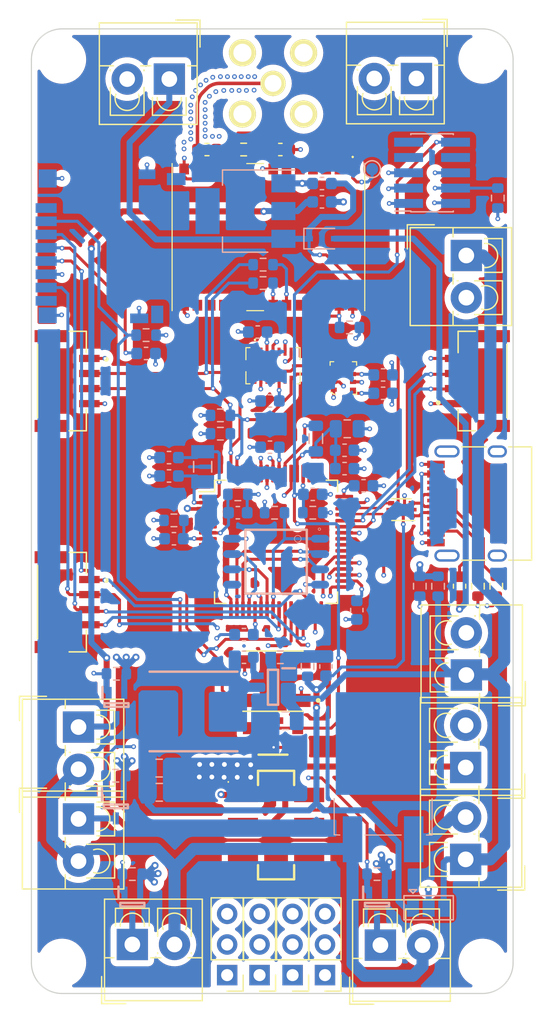
<source format=kicad_pcb>
(kicad_pcb (version 20210228) (generator pcbnew)
  (layers (0 "F.Cu" signal) (1 "In1.Cu" power) (2 "In2.Cu" power) (31 "B.Cu" signal) (34 "B.Paste" user) (35 "F.Paste" user) (36 "B.SilkS" user "B.Silkscreen") (37 "F.SilkS" user "F.Silkscreen") (38 "B.Mask" user) (39 "F.Mask" user) (44 "Edge.Cuts" user))
  (net 0 "")
  (net 1 "GND")
  (net 2 "+12V")
  (net 3 "+5V")
  (net 4 "Net-(C3-Pad2)")
  (net 5 "Net-(C3-Pad1)")
  (net 6 "VCC")
  (net 7 "Net-(C5-Pad2)")
  (net 8 "RESET")
  (net 9 "Net-(C9-Pad1)")
  (net 10 "Net-(C10-Pad1)")
  (net 11 "+3V3")
  (net 12 "X_2")
  (net 13 "/VDDCORE_C")
  (net 14 "X_1")
  (net 15 "Net-(C22-Pad1)")
  (net 16 "Net-(C26-Pad1)")
  (net 17 "VBUS")
  (net 19 "NEOPIXEL")
  (net 20 "Net-(F1-Pad2)")
  (net 21 "Net-(IC1-Pad1)")
  (net 28 "/VCC_RF")
  (net 29 "GPS_ANT")
  (net 34 "Net-(IC1-Pad18)")
  (net 35 "Net-(IC1-Pad19)")
  (net 39 "Net-(J3-PadA5)")
  (net 40 "USB_CONN_D-")
  (net 41 "Net-(J3-PadB5)")
  (net 43 "USB_CONN_D+")
  (net 44 "R_IN")
  (net 48 "SWO")
  (net 49 "SWCLK")
  (net 50 "SWDIO")
  (net 52 "SDA1")
  (net 53 "SCL1")
  (net 55 "RX")
  (net 56 "TX")
  (net 58 "MISC_CS")
  (net 59 "MOSI")
  (net 60 "SCK")
  (net 61 "MISO")
  (net 62 "PROPY")
  (net 63 "Vdrive")
  (net 64 "PROPZ")
  (net 65 "TVCY")
  (net 66 "TVCZ")
  (net 67 "R_OUT")
  (net 68 "Net-(J17-Pad1)")
  (net 69 "Net-(J18-Pad1)")
  (net 70 "Net-(J19-Pad1)")
  (net 71 "Net-(J20-Pad1)")
  (net 75 "SD_CS")
  (net 77 "Net-(L2-Pad2)")
  (net 78 "PY_1")
  (net 79 "PY_2")
  (net 80 "PY_3")
  (net 81 "PY_4")
  (net 83 "VSENSE")
  (net 84 "FLASH_CS")
  (net 90 "USB_D-")
  (net 91 "USB_D+")
  (net 101 "FLASH_SCK")
  (net 102 "FLASH_IO3")
  (net 103 "FLASH_IO2")
  (net 104 "FLASH_IO1")
  (net 105 "FLASH_IO0")
  (footprint "TerminalBlock_4Ucon:TerminalBlock_4Ucon_1x02_P3.50mm_Vertical" (layer "F.Cu") (at 22.9616 76.962 -90)
    (fp_text reference "J17")
    (fp_text value "PYRO 1")
  )
  (footprint "footprints:JST_SM04B-GHS-TB(LF)(SN)-" (layer "F.Cu") (at 21.5879 48.26 -90)
    (fp_text reference "J9")
    (fp_text value "I2C")
  )
  (footprint "TerminalBlock_4Ucon:TerminalBlock_4Ucon_1x02_P3.50mm_Vertical" (layer "F.Cu") (at 51.026 23.1626 180)
    (fp_text reference "J6")
    (fp_text value "3V3 OUT")
  )
  (footprint "MountingHole:MountingHole_3mm" (layer "F.Cu") (at 21.59 21.59)
    (fp_text reference "H1")
    (fp_text value "MountingHole")
  )
  (footprint "Capacitor_SMD:C_0603_1608Metric" (layer "F.Cu") (at 39.7256 29.0576)
    (fp_text reference "C22")
    (fp_text value "100nF")
  )
  (footprint "TerminalBlock_4Ucon:TerminalBlock_4Ucon_1x02_P3.50mm_Vertical" (layer "F.Cu") (at 27.432 94.996)
    (fp_text reference "J19")
    (fp_text value "PYRO 3")
  )
  (footprint "TerminalBlock_4Ucon:TerminalBlock_4Ucon_1x02_P3.50mm_Vertical" (layer "F.Cu") (at 55.118 87.9348 90)
    (fp_text reference "J7")
    (fp_text value "PYRO ARM")
  )
  (footprint "footprints:2758" (layer "F.Cu") (at 39.116 73.152 180)
    (fp_text reference "D2")
    (fp_text value "2758")
  )
  (footprint "Connector_USB:USB_C_Receptacle_HRO_TYPE-C-31-M-12" (layer "F.Cu") (at 56.694 58.42 90)
    (fp_text reference "J3")
    (fp_text value "USB_C_Receptacle_USB2.0")
  )
  (footprint "SamacSys_Parts:CONSMA001CG" (layer "F.Cu") (at 39.116 23.5712)
    (fp_text reference "J15")
    (fp_text value "GPS ANT" hide)
  )
  (footprint "TerminalBlock_4Ucon:TerminalBlock_4Ucon_1x02_P3.50mm_Vertical" (layer "F.Cu") (at 55.171 72.644 90)
    (fp_text reference "J1")
    (fp_text value "BATT")
  )
  (footprint "digikey-footprints:LGA-8_2x2.5mm_BMP280" (layer "F.Cu") (at 44.958 48.006 180)
    (fp_text reference "U5")
    (fp_text value "BMP280")
  )
  (footprint "Connector_PinHeader_2.54mm:PinHeader_1x03_P2.54mm_Vertical" (layer "F.Cu") (at 37.9984 97.536 180)
    (fp_text reference "J13")
    (fp_text value "PROPZ")
  )
  (footprint "Resistor_SMD:R_0603_1608Metric" (layer "F.Cu") (at 57.658 65.278 90)
    (fp_text reference "R3")
    (fp_text value "5.1k")
  )
  (footprint "SamacSys_Parts:NEOM9N00B" (layer "F.Cu") (at 38.735 36.322)
    (fp_text reference "IC1")
    (fp_text value "NEO-M9N-00B" hide)
  )
  (footprint "TerminalBlock_4Ucon:TerminalBlock_4Ucon_1x02_P3.50mm_Vertical" (layer "F.Cu") (at 55.1688 37.846 -90)
    (fp_text reference "J2")
    (fp_text value "12V OUT")
  )
  (footprint "MountingHole:MountingHole_3mm" (layer "F.Cu") (at 21.59 96.52)
    (fp_text reference "H3")
    (fp_text value "MountingHole")
  )
  (footprint "Fuse:Fuse_0603_1608Metric" (layer "F.Cu") (at 54.61 65.278 90)
    (fp_text reference "F1")
    (fp_text value "500mA")
  )
  (footprint "Connector_PinHeader_2.54mm:PinHeader_1x03_P2.54mm_Vertical" (layer "F.Cu") (at 43.434 97.536 180)
    (fp_text reference "J16")
    (fp_text value "TVCZ")
  )
  (footprint "Package_TO_SOT_SMD:SOT-666" (layer "F.Cu") (at 49.784 58.928 180)
    (fp_text reference "U3")
    (fp_text value "USBLC6-2P6")
  )
  (footprint "TerminalBlock_4Ucon:TerminalBlock_4Ucon_1x02_P3.50mm_Vertical" (layer "F.Cu") (at 55.118 80.3148 90)
    (fp_text reference "J5")
    (fp_text value "SW")
  )
  (footprint "TerminalBlock_4Ucon:TerminalBlock_4Ucon_1x02_P3.50mm_Vertical" (layer "F.Cu") (at 22.9616 84.582 -90)
    (fp_text reference "J18")
    (fp_text value "PYRO 2")
  )
  (footprint "Connector_PinHeader_2.54mm:PinHeader_1x03_P2.54mm_Vertical" (layer "F.Cu") (at 35.306 97.536 180)
    (fp_text reference "J12")
    (fp_text value "PROPY")
  )
  (footprint "Connector_PinHeader_2.54mm:PinHeader_1x03_P2.54mm_Vertical" (layer "F.Cu") (at 40.7416 97.536 180)
    (fp_text reference "J14")
    (fp_text value "TVCY")
  )
  (footprint "footprints:SW_KMR221GLFS" (layer "F.Cu") (at 39.116 77.851)
    (fp_text reference "S2")
    (fp_text value "KMR221GLFS")
  )
  (footprint "Inductor_SMD:L_0603_1608Metric" (layer "F.Cu") (at 33.6296 29.0576)
    (fp_text reference "L3")
    (fp_text value "27nH")
  )
  (footprint "SamacSys_Parts:JS202011SCQN" (layer "F.Cu") (at 39.37 85.09 -90)
    (fp_text reference "S1")
    (fp_text value "MAIN SW" hide)
  )
  (footprint "TerminalBlock_4Ucon:TerminalBlock_4Ucon_1x02_P3.50mm_Vertical" (layer "F.Cu") (at 30.5028 23.2134 180)
    (fp_text reference "J4")
    (fp_text value "5V OUT")
  )
  (footprint "footprints:JST_SM04B-GHS-TB(LF)(SN)-" (layer "F.Cu") (at 21.59 66.5988 -90)
    (fp_text reference "J11")
    (fp_text value "SPI")
  )
  (footprint "MountingHole:MountingHole_3mm" (layer "F.Cu") (at 56.515 96.52)
    (fp_text reference "H4")
    (fp_text value "MountingHole")
  )
  (footprint "footprints:JST_SM04B-GHS-TB(LF)(SN)-" (layer "F.Cu") (at 56.515 48.26 90)
    (fp_text reference "J10")
    (fp_text value "UART")
  )
  (footprint "SamacSys_Parts:BMI088" (layer "F.Cu") (at 39.116 46.99)
    (fp_text reference "U7")
    (fp_text value "BMI088" hide)
  )
  (footprint "Package_QFP:TQFP-64_10x10mm_P0.5mm" (layer "F.Cu") (at 39.37 61.595)
    (fp_text reference "U4")
    (fp_text value "ATSAMD51J19A-A")
  )
  (footprint "Resistor_SMD:R_0603_1608Metric" (layer "F.Cu") (at 36.6776 29.0576)
    (fp_text reference "R12")
    (fp_text value "10")
  )
  (footprint "TerminalBlock_4Ucon:TerminalBlock_4Ucon_1x02_P3.50mm_Vertical" (layer "F.Cu") (at 48.034 95.049)
    (fp_text reference "J20")
    (fp_text value "PYRO 4")
  )
  (footprint "MountingHole:MountingHole_3mm" (layer "F.Cu") (at 56.515 21.59)
    (fp_text reference "H2")
    (fp_text value "MountingHole")
  )
  (footprint "Resistor_SMD:R_0603_1608Metric" (layer "F.Cu") (at 56.134 65.278 -90)
    (fp_text reference "R2")
    (fp_text value "5.1k")
  )
  (footprint "SamacSys_Parts:SOT65P210X110-3N" (layer "B.Cu") (at 47.752 91.694 -90)
    (fp_text reference "Q4")
    (fp_text value "PYRO 4" hide)
  )
  (footprint "SamacSys_Parts:SOT95P280X90-6N" (layer "B.Cu") (at 39.116 73.66 180)
    (fp_text reference "U1")
    (fp_text value "AP63300WU-7" hide)
  )
  (footprint "Capacitor_SMD:C_0603_1608Metric" (layer "B.Cu") (at 36.195 59.182)
    (fp_text reference "C9")
    (fp_text value "100nF")
  )
  (footprint "Resistor_SMD:R_0603_1608Metric" (layer "B.Cu") (at 47.752 89.154 180)
    (fp_text reference "R22")
    (fp_text value "470")
  )
  (footprint "Resistor_SMD:R_0603_1608Metric" (layer "B.Cu") (at 30.8864 59.817 180)
    (fp_text reference "R11")
    (fp_text value "10K")
  )
  (footprint "Resistor_SMD:R_0603_1608Metric" (layer "B.Cu") (at 34.7472 52.6288 180)
    (fp_text reference "R14")
    (fp_text value "4.7k")
  )
  (footprint "Package_TO_SOT_SMD:SOT-223" (layer "B.Cu") (at 36.83 34.163 180)
    (fp_text reference "U2")
    (fp_text value "AZ1117-3.3")
  )
  (footprint "SamacSys_Parts:SOT65P210X110-3N" (layer "B.Cu") (at 26.0626 83.538 -90)
    (fp_text reference "Q2")
    (fp_text value "PYRO 2" hide)
  )
  (footprint "Resistor_SMD:R_0603_1608Metric" (layer "B.Cu") (at 57.785 33.084 -90)
    (fp_text reference "R8")
    (fp_text value "1K")
  )
  (footprint "Capacitor_SMD:C_0603_1608Metric" (layer "B.Cu") (at 38.862 49.911 180)
    (fp_text reference "C23")
    (fp_text value "100nF")
  )
  (footprint "Capacitor_SMD:C_0603_1608Metric" (layer "B.Cu") (at 45.0596 54.0004)
    (fp_text reference "C16")
    (fp_text value "1uF")
  )
  (footprint "SamacSys_Parts:SOT65P210X110-3N" (layer "B.Cu") (at 26.1112 75.1332 -90)
    (fp_text reference "Q1")
    (fp_text value "PYRO 1" hide)
  )
  (footprint "Capacitor_SMD:C_0603_1608Metric" (layer "B.Cu") (at 36.703 71.1708 180)
    (fp_text reference "C3")
    (fp_text value "100nF")
  )
  (footprint "Resistor_SMD:R_0603_1608Metric" (layer "B.Cu") (at 51.308 65.278 -90)
    (fp_text reference "R5")
    (fp_text value "100k")
  )
  (footprint "Capacitor_SMD:C_0603_1608Metric" (layer "B.Cu") (at 30.48 56.134 180)
    (fp_text reference "C12")
    (fp_text value "22pF")
  )
  (footprint "footprints:SST26VF032B-104I_SM" (layer "B.Cu") (at 39.37 63.246 180)
    (fp_text reference "U6")
    (fp_text value "SST26VF032B-104I_SM")
  )
  (footprint "Capacitor_SMD:C_0603_1608Metric" (layer "B.Cu") (at 43.5102 71.9328 90)
    (fp_text reference "C5")
    (fp_text value "47pF")
  )
  (footprint "Capacitor_SMD:C_0603_1608Metric" (layer "B.Cu") (at 43.18 33.401 180)
    (fp_text reference "C4")
    (fp_text value "1uF")
  )
  (footprint "SamacSys_Parts:INDPM7366X300N" (layer "B.Cu") (at 32.512 75.6666 180)
    (fp_text reference "L1")
    (fp_text value "6.8uH" hide)
  )
  (footprint "Resistor_SMD:R_0603_1608Metric" (layer "B.Cu") (at 39.243 59.182 180)
    (fp_text reference "R15")
    (fp_text value "10K")
  )
  (footprint "SamacSys_Parts:SOT65P210X110-3N" (layer "B.Cu") (at 27.432 91.694 -90)
    (fp_text reference "Q3")
    (fp_text value "PYRO 3" hide)
  )
  (footprint "Resistor_SMD:R_0603_1608Metric" (layer "B.Cu") (at 39.7256 71.1708 180)
    (fp_text reference "R7")
    (fp_text value "30.1k")
  )
  (footprint "Connector_PinHeader_1.27mm:PinHeader_2x05_P1.27mm_Vertical_SMD" (layer "B.Cu") (at 52.324 30.988)
    (fp_text reference "J8")
    (fp_text value "SWD")
  )
  (footprint "Capacitor_SMD:C_0805_2012Metric" (layer "B.Cu") (at 29.6672 82.3722)
    (fp_text reference "C7")
    (fp_text value "22uF")
  )
  (footprint "Capacitor_SMD:C_0603_1608Metric" (layer "B.Cu") (at 30.8864 61.341 180)
    (fp_text reference "C10")
    (fp_text value "100nF")
  )
  (footprint "Capacitor_SMD:C_0603_1608Metric" (layer "B.Cu") (at 46.6344 56.9468)
    (fp_text reference "C15")
    (fp_text value "100nF")
  )
  (footprint "Resistor_SMD:R_0603_1608Metric" (layer "B.Cu") (at 38.291 40.132)
    (fp_text reference "R18")
    (fp_text value "33")
  )
  (footprint "Resistor_SMD:R_0603_1608Metric" (layer "B.Cu") (at 52.824 65.2818 90)
    (fp_text reference "R4")
    (fp_text value "1M")
  )
  (footprint "Resistor_SMD:R_0603_1608Metric" (layer "B.Cu") (at 34.7472 51.1048 180)
    (fp_text reference "R16")
    (fp_text value "4.7k")
  )
  (footprint "SamacSys_Parts:PWR163S25R400FE" (layer "B.Cu") (at 48.26 82.296 180)
    (fp_text reference "R23")
    (fp_text value "0.4" hide)
  )
  (footprint "Resistor_SMD:R_0603_1608Metric" (layer "B.Cu") (at 41.9862 71.9328 90)
    (fp_text reference "R6")
    (fp_text value "158k")
  )
  (footprint "Capacitor_SMD:C_0603_1608Metric" (layer "B.Cu") (at 48.26 49.276)
    (fp_text reference "C20")
    (fp_text value "100nF")
  )
  (footprint "Resistor_SMD:R_0603_1608Metric" (layer "B.Cu") (at 26.0626 80.998 180)
    (fp_text reference "R17")
    (fp_text value "470")
  )
  (footprint "Capacitor_SMD:C_0805_2012Metric" (layer "B.Cu") (at 29.657 80.3656)
    (fp_text reference "C6")
    (fp_text value "22uF")
  )
  (footprint "Resistor_SMD:R_0603_1608Metric" (layer "B.Cu") (at 45.466 43.815)
    (fp_text reference "R24")
    (fp_text value "100k")
  )
  (footprint "Capacitor_SMD:C_0603_1608Metric" (layer "B.Cu") (at 28.575 45.974)
    (fp_text reference "C26")
    (fp_text value "100nF")
  )
  (footprint "footprints:HRS_DM3D-SF" (layer "B.Cu") (at 20.275 37.109 90)
    (fp_text reference "J21")
    (fp_text value "DM3D-SF")
  )
  (footprint "footprints:CRYSTAL_ECS" (layer "B.Cu") (at 33.274 55.372 90)
    (fp_text reference "Y1")
    (fp_text value "32.768")
  )
  (footprint "Resistor_SMD:R_0603_1608Metric" (layer "B.Cu") (at 27.432 89.154 180)
    (fp_text reference "R20")
    (fp_text value "470")
  )
  (footprint "Diode_SMD:D_SOD-323" (layer "B.Cu") (at 43.18 36.449)
    (fp_text reference "D1")
    (fp_text value "D_Schottky")
  )
  (footprint "Capacitor_SMD:C_0805_2012Metric" (layer "B.Cu") (at 45.278 52.2224)
    (fp_text reference "C14")
    (fp_text value "10uF")
  )
  (footprint "Capacitor_SMD:C_0603_1608Metric" (layer "B.Cu") (at 36.703 69.2912 180)
    (fp_text reference "C13")
    (fp_text value "100nF")
  )
  (footprint "Capacitor_SMD:C_0805_2012Metric" (layer "B.Cu") (at 40.132 76.4286 180)
    (fp_text reference "C1")
    (fp_text value "10uF")
  )
  (footprint "Capacitor_SMD:C_0603_1608Metric" (layer "B.Cu") (at 37.846 44.196 180)
    (fp_text reference "C24")
    (fp_text value "100nF")
  )
  (footprint "Resistor_SMD:R_0603_1608Metric" (layer "B.Cu") (at 36.195 57.658)
    (fp_text reference "R10")
    (fp_text value "10K")
  )
  (footprint "TestPoint:TestPoint_Pad_D1.0mm" (layer "B.Cu") (at 47.3456 30.6832 180)
    (fp_text reference "TP1")
    (fp_text value "SAFEBOOT")
  )
  (footprint "Capacitor_SMD:C_0603_1608Metric" (layer "B.Cu") (at 38.862 53.7464 180)
    (fp_text reference "C18")
    (fp_text value "100nF")
  )
  (footprint "Capacitor_SMD:C_0603_1608Metric" (layer "B.Cu") (at 48.26 47.752)
    (fp_text reference "C21")
    (fp_text value "100nF")
  )
  (footprint "Resistor_SMD:R_0603_1608Metric" (layer "B.Cu") (at 38.291 38.608)
    (fp_text reference "R19")
    (fp_text value "33")
  )
  (footprint "Capacitor_SMD:C_0603_1608Metric" (layer "B.Cu") (at 43.18 31.877 180)
    (fp_text reference "C2")
    (fp_text value "1uF")
  )
  (footprint "Inductor_SMD:L_0805_2012Metric" (layer "B.Cu") (at 42.672 53.0352 90)
    (fp_text reference "L2")
    (fp_text value "10uH")
  )
  (footprint "Resistor_SMD:R_0603_1608Metric" (layer "B.Cu") (at 42.418 59.182 180)
    (fp_text reference "R9")
    (fp_text value "10K")
  )
  (footprint "Capacitor_SMD:C_0603_1608Metric" (layer "B.Cu") (at 46.0756 67.2592 -90)
    (fp_text reference "C11")
    (fp_text value "100nF")
  )
  (footprint "Capacitor_SMD:C_0603_1608Metric" (layer "B.Cu") (at 30.48 54.61 180)
    (fp_text reference "C17")
    (fp_text value "22pF")
  )
  (footprint "Resistor_SMD:R_0603_1608Metric" (layer "B.Cu") (at 26.1112 72.5424 180)
    (fp_text reference "R13")
    (fp_text value "470")
  )
  (footprint "Jumper:SolderJumper-3_P1.3mm_Open_Pad1.0x1.5mm" (layer "B.Cu") (at 52.04 91.948)
    (fp_text reference "JP1")
    (fp_text value "SLJ")
  )
  (footprint "Resistor_SMD:R_0603_1608Metric" (layer "B.Cu") (at 28.575 44.45)
    (fp_text reference "R21")
    (fp_text value "10K")
  )
  (footprint "Capacitor_SMD:C_0603_1608Metric" (layer "B.Cu") (at 42.418 57.658)
    (fp_text reference "C8")
    (fp_text value "100nF")
  )
  (footprint "Capacitor_SMD:C_0603_1608Metric" (layer "B.Cu") (at 45.0596 55.5244)
    (fp_text reference "C19")
    (fp_text value "100nF")
  )
  (gr_arc (start 56.515 96.52) (end 59.055 96.52) (angle 90) (layer "Edge.Cuts") (width 0.1))
  (gr_arc (start 21.59 96.52) (end 19.05 96.52) (angle -90) (layer "Edge.Cuts") (width 0.1))
  (gr_line (start 56.515 99.06) (end 21.59 99.06) (layer "Edge.Cuts") (width 0.1))
  (gr_line (start 19.05 96.52) (end 19.05 21.59) (layer "Edge.Cuts") (width 0.1))
  (gr_line (start 59.055 21.59) (end 59.055 96.52) (layer "Edge.Cuts") (width 0.1))
  (gr_arc (start 21.59 21.59) (end 19.05 21.59) (angle 90) (layer "Edge.Cuts") (width 0.1))
  (gr_line (start 21.59 19.05) (end 56.515 19.05) (layer "Edge.Cuts") (width 0.1))
  (gr_arc (start 56.515 21.59) (end 56.515 19.05) (angle 90) (layer "Edge.Cuts") (width 0.1))
  (segment (start 23.8629 50.135) (end 25.1414 50.135) (width 0.25) (layer "F.Cu") (net 1))
  (segment (start 52.649 55.17) (end 51.4616 55.17) (width 0.25) (layer "F.Cu") (net 1))
  (segment (start 31.735 41.972) (end 31.735 42.5554) (width 0.25) (layer "F.Cu") (net 1))
  (segment (start 52.649 61.67) (end 51.5124 61.67) (width 0.25) (layer "F.Cu") (net 1))
  (segment (start 39.1794 78.651) (end 39.1668 78.6384) (width 0.25) (layer "F.Cu") (net 1))
  (segment (start 43.881603 65.490797) (end 43.881603 66.0908) (width 0.25) (layer "F.Cu") (net 1))
  (segment (start 45.0325 65.345) (end 44.0274 65.345) (width 0.25) (layer "F.Cu") (net 1))
  (segment (start 31.9532 31.496) (end 31.735 31.2778) (width 0.25) (layer "F.Cu") (net 1))
  (segment (start 39.116 45.825) (end 39.116 45.3136) (width 0.25) (layer "F.Cu") (net 1))
  (segment (start 50.14898 58.928) (end 50.709 58.928) (width 0.25) (layer "F.Cu") (net 1))
  (segment (start 57.658 66.5988) (end 57.3532 66.9036) (width 0.25) (layer "F.Cu") (net 1))
  (segment (start 45.735 42.8602) (end 45.72 42.8752) (width 0.25) (layer "F.Cu") (net 1))
  (segment (start 57.3532 66.9036) (end 56.896 66.9036) (width 0.25) (layer "F.Cu") (net 1))
  (segment (start 38.12 67.2575) (end 38.12 66.2124) (width 0.25) (layer "F.Cu") (net 1))
  (segment (start 33.935 30.672) (end 33.935 31.2414) (width 0.25) (layer "F.Cu") (net 1))
  (segment (start 41.166 78.651) (end 39.1794 78.651) (width 0.25) (layer "F.Cu") (net 1))
  (segment (start 31.735 42.5554) (end 32.004 42.8244) (width 0.25) (layer "F.Cu") (net 1))
  (segment (start 31.735 29.7838) (end 31.75 29.7688) (width 0.25) (layer "F.Cu") (net 1))
  (segment (start 50.038 58.81702) (end 50.14898 58.928) (width 0.25) (layer "F.Cu") (net 1))
  (segment (start 51.4616 55.17) (end 51.4604 55.1688) (width 0.25) (layer "F.Cu") (net 1))
  (segment (start 56.134 66.103) (end 56.134 66.9036) (width 0.25) (layer "F.Cu") (net 1))
  (segment (start 33.935 31.2414) (end 33.6804 31.496) (width 0.25) (layer "F.Cu") (net 1))
  (segment (start 39.1542 78.651) (end 39.1668 78.6384) (width 0.25) (layer "F.Cu") (net 1))
  (segment (start 46.7094 58.345) (end 46.9392 58.1152) (width 0.25) (layer "F.Cu") (net 1))
  (segment (start 40.5006 29.0576) (end 41.402 29.0576) (width 0.25) (layer "F.Cu") (net 1))
  (segment (start 36.756 72.5192) (end 36.7792 72.5424) (width 0.25) (layer "F.Cu") (net 1))
  (segment (start 44.158 49.6188) (end 44.1452 49.6316) (width 0.25) (layer "F.Cu") (net 1))
  (segment (start 25.1414 50.135) (end 25.146 50.1396) (width 0.25) (layer "F.Cu") (net 1))
  (segment (start 40.116 45.825) (end 40.116 45.0248) (width 0.25) (layer "F.Cu") (net 1))
  (segment (start 45.0325 58.345) (end 46.7094 58.345) (width 0.25) (layer "F.Cu") (net 1))
  (segment (start 51.5124 61.67) (end 51.5112 61.6712) (width 0.25) (layer "F.Cu") (net 1))
  (segment (start 40.62 55.9325) (end 40.62 57.173679) (width 0.25) (layer "F.Cu") (net 1))
  (segment (start 40.62 57.173679) (end 40.04402 57.749659) (width 0.25) (layer "F.Cu") (net 1))
  (segment (start 45.735 41.972) (end 45.735 42.8602) (width 0.25) (layer "F.Cu") (net 1))
  (segment (start 31.735 31.2778) (end 31.735 30.672) (width 0.25) (layer "F.Cu") (net 1))
  (segment (start 38.12 66.2124) (end 37.9476 66.04) (width 0.25) (layer "F.Cu") (net 1))
  (segment (start 39.116 45.3136) (end 39.4208 45.0088) (width 0.25) (layer "F.Cu") (net 1))
  (segment (start 37.066 78.651) (end 39.1542 78.651) (width 0.25) (layer "F.Cu") (net 1))
  (segment (start 52.227 46.385) (end 54.24 46.385) (width 0.25) (layer "F.Cu") (net 1))
  (segment (start 44.0274 65.345) (end 43.881603 65.490797) (width 0.25) (layer "F.Cu") (net 1))
  (segment (start 33.6804 31.496) (end 31.9532 31.496) (width 0.25) (layer "F.Cu") (net 1))
  (segment (start 36.756 71.552) (end 36.756 72.5192) (width 0.25) (layer "F.Cu") (net 1))
  (segment (start 44.158 48.981) (end 44.158 49.6188) (width 0.25) (layer "F.Cu") (net 1))
  (segment (start 46.482 48.3616) (end 46.4514 48.331) (width 0.25) (layer "F.Cu") (net 1))
  (segment (start 57.658 66.103) (end 57.658 66.5988) (width 0.25) (layer "F.Cu") (net 1))
  (segment (start 31.735 30.672) (end 31.735 29.7838) (width 0.25) (layer "F.Cu") (net 1))
  (segment (start 50.038 57.7596) (end 50.038 58.81702) (width 0.25) (layer "F.Cu") (net 1))
  (segment (start 40.116 45.0248) (end 40.132 45.0088) (width 0.25) (layer "F.Cu") (net 1))
  (segment (start 46.4514 48.331) (end 45.758 48.331) (width 0.25) (layer "F.Cu") (net 1))
  (segment (start 52.2224 46.3804) (end 52.227 46.385) (width 0.25) (layer "F.Cu") (net 1))
  (via (at 52.2224 46.3804) (size 0.4) (drill 0.2) (layers "F.Cu" "B.Cu") (net 1))
  (via (at 37.0586 23.0124) (size 0.4) (drill 0.2) (layers "F.Cu" "B.Cu") (net 1))
  (via (at 34.036 81.1022) (size 0.8) (drill 0.4) (layers "F.Cu" "B.Cu") (net 1))
  (via (at 31.7246 28.448) (size 0.4) (drill 0.2) (layers "F.Cu" "B.Cu") (net 1))
  (via (at 32.4104 24.6888) (size 0.4) (drill 0.2) (layers "F.Cu" "B.Cu") (net 1))
  (via (at 35.052 81.1276) (size 0.8) (drill 0.4) (layers "F.Cu" "B.Cu") (net 1))
  (via (at 32.2834 26.5176) (size 0.4) (drill 0.2) (layers "F.Cu" "B.Cu") (net 1))
  (via (at 46.482 48.3616) (size 0.4) (drill 0.2) (layers "F.Cu" "B.Cu") (net 1))
  (via (at 21.59 39.4208) (size 0.4) (drill 0.2) (layers "F.Cu" "B.Cu") (net 1))
  (via (at 35.0266 24.1554) (size 0.4) (drill 0.2) (layers "F.Cu" "B.Cu") (net 1))
  (via (at 29.21 61.3156) (size 0.4) (drill 0.2) (layers "F.Cu" "B.Cu") (net 1))
  (via (at 43.8912 57.658) (size 0.4) (drill 0.2) (layers "F.Cu" "B.Cu") (net 1))
  (via (at 36.7792 72.5424) (size 0.4) (drill 0.2) (layers "F.Cu" "B.Cu") (net 1))
  (via (at 33.4772 26.3398) (size 0.4) (drill 0.2) (layers "F.Cu" "B.Cu") (net 1))
  (via (at 48.789989 88.138) (size 0.6) (drill 0.3) (layers "F.Cu" "B.Cu") (net 1))
  (via (at 36.1442 81.1276) (size 0.8) (drill 0.4) (layers "F.Cu" "B.Cu") (net 1))
  (via (at 36.2204 44.1452) (size 0.4) (drill 0.2) (layers "F.Cu" "B.Cu") (net 1))
  (via (at 29.3116 88.4428) (size 0.6) (drill 0.3) (layers "F.Cu" "B.Cu") (net 1))
  (via (at 46.9392 58.1152) (size 0.4) (drill 0.2) (layers "F.Cu" "B.Cu") (net 1))
  (via (at 51.5112 61.6712) (size 0.4) (drill 0.2) (layers "F.Cu" "B.Cu") (net 1))
  (via (at 48.7172 32.3088) (size 0.4) (drill 0.2) (layers "F.Cu" "B.Cu") (net 1))
  (via (at 32.9946 81.1022) (size 0.8) (drill 0.4) (layers "F.Cu" "B.Cu") (net 1))
  (via (at 35.3314 23.0124) (size 0.4) (drill 0.2) (layers "F.Cu" "B.Cu") (net 1))
  (via (at 31.7246 29.0068) (size 0.4) (drill 0.2) (layers "F.Cu" "B.Cu") (net 1))
  (via (at 37.1856 53.7464) (size 0.4) (drill 0.2) (layers "F.Cu" "B.Cu") (net 1))
  (via (at 39.4208 45.0088) (size 0.4) (drill 0.2) (layers "F.Cu" "B.Cu") (net 1))
  (via (at 21.556 42.7736) (size 0.4) (drill 0.2) (layers "F.Cu" "B.Cu") (net 1))
  (via (at 32.2834 25.3746) (size 0.4) (drill 0.2) (layers "F.Cu" "B.Cu") (net 1))
  (via (at 46.6852 55.5244) (size 0.4) (drill 0.2) (layers "F.Cu" "B.Cu") (net 1))
  (via (at 21.59 31.4452) (size 0.4) (drill 0.2) (layers "F.Cu" "B.Cu") (net 1))
  (via (at 32.2834 25.9334) (size 0.4) (drill 0.2) (layers "F.Cu" "B.Cu") (net 1))
  (via (at 48.984011 50.1904) (size 0.4) (drill 0.2) (layers "F.Cu" "B.Cu") (net 1))
  (via (at 37.8968 57.658) (size 0.4) (drill 0.2) (layers "F.Cu" "B.Cu") (net 1))
  (via (at 37.9476 66.04) (size 0.4) (drill 0.2) (layers "F.Cu" "B.Cu") (net 1))
  (via (at 27.726658 71.1708) (size 0.6) (drill 0.3) (layers "F.Cu" "B.Cu") (net 1))
  (via (at 36.4744 23.0124) (size 0.4) (drill 0.2) (layers "F.Cu" "B.Cu") (net 1))
  (via (at 32.2834 27.6606) (size 0.4) (drill 0.2) (layers "F.Cu" "B.Cu") (net 1))
  (via (at 26.1112 71.1708) (size 0.6) (drill 0.3) (layers "F.Cu" "B.Cu") (net 1))
  (via (at 45.72 42.8752) (size 0.4) (drill 0.2) (layers "F.Cu" "B.Cu") (net 1))
  (via (at 44.1452 49.6316) (size 0.4) (drill 0.2) (layers "F.Cu" "B.Cu") (net 1))
  (via (at 36.2966 24.1554) (size 0.4) (drill 0.2) (layers "F.Cu" "B.Cu") (net 1))
  (via (at 26.7716 79.4004) (size 0.6) (drill 0.3) (layers "F.Cu" "B.Cu") (net 1))
  (via (at 46.6852 54.0004) (size 0.4) (drill 0.2) (layers "F.Cu" "B.Cu") (net 1))
  (via (at 50.038 57.7596) (size 0.4) (drill 0.2) (layers "F.Cu" "B.Cu") (net 1))
  (via (at 34.3662 24.257) (size 0.4) (drill 0.2) (layers "F.Cu" "B.Cu") (net 1))
  (via (at 40.04402 57.749659) (size 0.4) (drill 0.2) (layers "F.Cu" "B.Cu") (net 1))
  (via (at 44.958 33.401) (size 0.6) (drill 0.3) (layers "F.Cu" "B.Cu") (net 1))
  (via (at 36.9062 24.1554) (size 0.4) (drill 0.2) (layers "F.Cu" "B.Cu") (net 1))
  (via (at 29.2608 89.8144) (size 0.6) (drill 0.3) (layers "F.Cu" "B.Cu") (net 1))
  (via (at 40.132 45.0088) (size 0.4) (drill 0.2) (layers "F.Cu" "B.Cu") (net 1))
  (via (at 33.4772 25.146) (size 0.4) (drill 0.2) (layers "F.Cu" "B.Cu") (net 1))
  (via (at 32.6898 24.1554) (size 0.4) (drill 0.2) (layers "F.Cu" "B.Cu") (net 1))
  (via (at 33.02 80.0608) (size 0.8) (drill 0.4) (layers "F.Cu" "B.Cu") (net 1))
  (via (at 35.687 24.1554) (size 0.4) (drill 0.2) (layers "F.Cu" "B.Cu") (net 1))
  (via (at 48.3108 56.9468) (size 0.4) (drill 0.2) (layers "F.Cu" "B.Cu") (net 1))
  (via (at 48.1076 87.5792) (size 0.6) (drill 0.3) (layers "F.Cu" "B.Cu") (net 1))
  (via (at 27.9908 42.2148) (size 0.4) (drill 0.2) (layers "F.Cu" "B.Cu") (net 1))
  (via (at 51.4604 55.1688) (size 0.4) (drill 0.2) (layers "F.Cu" "B.Cu") (net 1))
  (via (at 29.5656 89.1032) (size 0.6) (drill 0.3) (layers "F.Cu" "B.Cu") (net 1))
  (via (at 41.402 29.0576) (size 0.4) (drill 0.2) (layers "F.Cu" "B.Cu") (net 1))
  (via (at 34.0868 27.9654) (size 0.4) (drill 0.2) (layers "F.Cu" "B.Cu") (net 1))
  (via (at 33.5534 23.3172) (size 0.4) (drill 0.2) (layers "F.Cu" "B.Cu") (net 1))
  (via (at 27.404158 79.763558) (size 0.6) (drill 0.3) (layers "F.Cu" "B.Cu") (net 1))
  (via (at 56.134 66.9036) (size 0.4) (drill 0.2) (layers "F.Cu" "B.Cu") (net 1))
  (via (at 39.1668 78.6384) (size 0.4) (drill 0.2) (layers "F.Cu" "B.Cu") (net 1))
  (via (at 28.6512 30.3276) (size 0.4) (drill 0.2) (layers "F.Cu" "B.Cu") (net 1))
  (via (at 34.6456 27.9654) (size 0.4) (drill 0.2) (layers "F.Cu" "B.Cu") (net 1))
  (via (at 34.036 80.0608) (size 0.8) (drill 0.4) (layers "F.Cu" "B.Cu") (net 1))
  (via (at 35.0774 80.0608) (size 0.8) (drill 0.4) (layers "F.Cu" "B.Cu") (net 1))
  (via (at 41.543 31.863) (size 0.6) (drill 0.3) (layers "F.Cu" "B.Cu") (net 1))
  (via (at 48.9712 46.736) (size 0.4) (drill 0.2) (layers "F.Cu" "B.Cu") (net 1))
  (via (at 33.4772 27.432) (size 0.4) (drill 0.2) (layers "F.Cu" "B.Cu") (net 1))
  (via (at 34.7472 23.0124) (size 0.4) (drill 0.2) (layers "F.Cu" "B.Cu") (net 1))
  (via (at 31.75 29.7688) (size 0.4) (drill 0.2) (layers "F.Cu" "B.Cu") (net 1))
  (via (at 45.1612 68.0212) (size 0.4) (drill 0.2) (layers "F.Cu" "B.Cu") (net 1))
  (via (at 28.8544 54.61) (size 0.4) (drill 0.2) (layers "F.Cu" "B.Cu") (net 1))
  (via (at 43.881603 66.0908) (size 0.4) (drill 0.2) (layers "F.Cu" "B.Cu") (net 1))
  (via (at 47.1424 52.2224) (size 0.4) (drill 0.2) (layers "F.Cu" "B.Cu") (net 1))
  (via (at 32.2834 28.194) (size 0.4) (drill 0.2) (layers "F.Cu" "B.Cu") (net 1))
  (via (at 32.004 42.8244) (size 0.4) (drill 0.2) (layers "F.Cu" "B.Cu") (net 1))
  (via (at 41.8084 65.1256) (size 0.4) (drill 0.2) (layers "F.Cu" "B.Cu") (net 1))
  (via (at 32.2834 27.1018) (size 0.4) (drill 0.2) (layers "F.Cu" "B.Cu") (net 1))
  (via (at 51.308 66.9544) (size 0.4) (drill 0.2) (layers "F.Cu" "B.Cu") (net 1))
  (via (at 34.4424 69.596) (size 0.4) (drill 0.2) (layers "F.Cu" "B.Cu") (net 1))
  (via (at 56.896 66.9036) (size 0.4) (drill 0.2) (layers "F.Cu" "B.Cu") (net 1))
  (via (at 37.592 23.0124) (size 0.4) (drill 0.2) (layers "F.Cu" "B.Cu") (net 1))
  (via (at 33.8328 24.638) (size 0.4) (drill 0.2) (layers "F.Cu" "B.Cu") (net 1))
  (via (at 33.4772 27.9654) (size 0.4) (drill 0.2) (layers "F.Cu" "B.Cu") (net 1))
  (via (at 37.1856 49.8856) (size 0.4) (drill 0.2) (layers "F.Cu" "B.Cu") (net 1))
  (via (at 48.7172 30.988) (size 0.4) (drill 0.2) (layers "F.Cu" "B.Cu") (net 1))
  (via (at 28.8544 56.134) (size 0.4) (drill 0.2) (layers "F.Cu" "B.Cu") (net 1))
  (via (at 26.162 79.756) (size 0.6) (drill 0.3) (layers "F.Cu" "B.Cu") (net 1))
  (via (at 35.9156 23.0124) (size 0.4) (drill 0.2) (layers "F.Cu" "B.Cu") (net 1))
  (via (at 33.4772 25.7556) (size 0.4) (drill 0.2) (layers "F.Cu" "B.Cu") (net 1))
  (via (at 37.2618 80.0862) (size 0.8) (drill 0.4) (layers "F.Cu" "B.Cu") (net 1))
  (via (at 34.1122 23.0632) (size 0.4) (drill 0.2) (layers "F.Cu" "B.Cu") (net 1))
  (via (at 33.4772 26.8732) (size 0.4) (drill 0.2) (layers "F.Cu" "B.Cu") (net 1))
  (via (at 47.7012 88.2904) (size 0.6) (drill 0.3) (layers "F.Cu" "B.Cu") (net 1))
  (via (at 33.0962 23.6982) (size 0.4) (drill 0.2) (layers "F.Cu" "B.Cu") (net 1))
  (via (at 25.146 50.1396) (size 0.4) (drill 0.2) (layers "F.Cu" "B.Cu") (net 1))
  (via (at 45.983768 44.713768) (size 0.4) (drill 0.2) (layers "F.Cu" "B.Cu") (net 1))
  (via (at 29.3624 46.863) (size 0.4) (drill 0.2) (layers "F.Cu" "B.Cu") (net 1))
  (via (at 37.2618 81.1276) (size 0.8) (drill 0.4) (layers "F.Cu" "B.Cu") (net 1))
  (via (at 37.5412 24.13) (size 0.4) (drill 0.2) (layers "F.Cu" "B.Cu") (net 1))
  (via (at 26.924 71.1708) (size 0.6) (drill 0.3) (layers "F.Cu" "B.Cu") (net 1))
  (via (at 36.1442 80.0862) (size 0.8) (drill 0.4) (layers "F.Cu" "B.Cu") (net 1))
  (segment (start 41.8338 65.151) (end 43.02 65.151) (width 0.25) (layer "B.Cu") (net 1))
  (segment (start 41.543 31.863) (end 42.391 31.863) (width 0.5) (layer "B.Cu") (net 1))
  (segment (start 26.7126 82.538) (end 26.7126 81.173) (width 0.5) (layer "B.Cu") (net 1))
  (segment (start 29.3624 46.863) (end 29.35 46.8506) (width 0.25) (layer "B.Cu") (net 1))
  (segment (start 20.4 42.809) (end 21.5206 42.809) (width 0.25) (layer "B.Cu") (net 1))
  (segment (start 50.374 30.988) (end 48.7172 30.988) (width 0.25) (layer "B.Cu") (net 1))
  (segment (start 28.6004 89.154) (end 29.2608 89.8144) (width 0.5) (layer "B.Cu") (net 1))
  (segment (start 20.4 31.459) (end 21.5762 31.459) (width 0.25) (layer "B.Cu") (net 1))
  (segment (start 26.7126 81.173) (end 26.8876 80.998) (width 0.5) (layer "B.Cu") (net 1))
  (segment (start 48.768 32.258) (end 48.7172 32.3088) (width 0.25) (layer "B.Cu") (net 1))
  (segment (start 34.7472 69.2912) (end 35.928 69.2912) (width 0.25) (layer "B.Cu") (net 1))
  (segment (start 49.035 49.276) (end 49.035 50.139411) (width 0.25) (layer "B.Cu") (net 1))
  (segment (start 38.087 53.7464) (end 37.1856 53.7464) (width 0.25) (layer "B.Cu") (net 1))
  (segment (start 37.02 57.658) (end 37.8968 57.658) (width 0.25) (layer "B.Cu") (net 1))
  (segment (start 26.9362 71.183) (end 26.9362 72.5424) (width 0.5) (layer "B.Cu") (net 1))
  (segment (start 48.577 89.154) (end 48.577 88.350989) (width 0.5) (layer "B.Cu") (net 1))
  (segment (start 29.21 61.3156) (end 29.2354 61.341) (width 0.25) (layer "B.Cu") (net 1))
  (segment (start 46.6852 55.5244) (end 45.8346 55.5244) (width 0.25) (layer "B.Cu") (net 1))
  (segment (start 26.9362 71.961258) (end 26.9362 72.5424) (width 0.5) (layer "B.Cu") (net 1))
  (segment (start 43.8912 57.658) (end 43.193 57.658) (width 0.25) (layer "B.Cu") (net 1))
  (segment (start 45.1742 68.0342) (end 46.0756 68.0342) (width 0.25) (layer "B.Cu") (net 1))
  (segment (start 28.082 90.694) (end 28.082 89.329) (width 0.5) (layer "B.Cu") (net 1))
  (segment (start 20.275 39.409) (end 21.5782 39.409) (width 0.25) (layer "B.Cu") (net 1))
  (segment (start 48.402 89.329) (end 48.577 89.154) (width 0.5) (layer "B.Cu") (net 1))
  (segment (start 46.6852 54.0004) (end 45.8346 54.0004) (width 0.25) (layer "B.Cu") (net 1))
  (segment (start 29.5148 89.154) (end 29.5656 89.1032) (width 0.5) (layer "B.Cu") (net 1))
  (segment (start 28.082 89.329) (end 28.257 89.154) (width 0.5) (layer "B.Cu") (net 1))
  (segment (start 38.087 49.911) (end 37.211 49.911) (width 0.25) (layer "B.Cu") (net 1))
  (segment (start 49.035 50.139411) (end 48.984011 50.1904) (width 0.25) (layer "B.Cu") (net 1))
  (segment (start 47.7012 88.2904) (end 47.7134 88.2904) (width 0.5) (layer "B.Cu") (net 1))
  (segment (start 26.7612 74.1332) (end 26.7612 72.7174) (width 0.5) (layer "B.Cu") (net 1))
  (segment (start 49.035 47.752) (end 49.035 46.7998) (width 0.25) (layer "B.Cu") (net 1))
  (segment (start 26.9362 71.9958) (end 26.9362 72.5424) (width 0.5) (layer "B.Cu") (net 1))
  (segment (start 42.391 31.863) (end 42.405 31.877) (width 0.5) (layer "B.Cu") (net 1))
  (segment (start 26.1112 71.1708) (end 26.9362 71.9958) (width 0.5) (layer "B.Cu") (net 1))
  (segment (start 26.162 79.756) (end 26.8876 80.4816) (width 0.5) (layer "B.Cu") (net 1))
  (segment (start 29.705 56.134) (end 28.8544 56.134) (width 0.25) (layer "B.Cu") (net 1))
  (segment (start 41.8084 65.1256) (end 41.8338 65.151) (width 0.25) (layer "B.Cu") (net 1))
  (segment (start 26.924 71.1708) (end 26.9362 71.183) (width 0.5) (layer "B.Cu") (net 1))
  (segment (start 28.257 89.154) (end 28.6004 89.154) (width 0.5) (layer "B.Cu") (net 1))
  (segment (start 46.291 43.815) (end 46.291 44.406536) (width 0.25) (layer "B.Cu") (net 1))
  (segment (start 28 42.224) (end 28 43.059) (width 0.25) (layer "B.Cu") (net 1))
  (segment (start 28.65 30.3288) (end 28.6512 30.3276) (width 0.25) (layer "B.Cu") (net 1))
  (segment (start 34.4424 69.596) (end 34.7472 69.2912) (width 0.25) (layer "B.Cu") (net 1))
  (segment (start 48.1899 87.6615) (end 48.1899 88.7669) (width 0.5) (layer "B.Cu") (net 1))
  (segment (start 36.2712 44.196) (end 36.2204 44.1452) (width 0.25) (layer "B.Cu") (net 1))
  (segment (start 50.374 32.258) (end 48.768 32.258) (width 0.25) (layer "B.Cu") (net 1))
  (segment (start 26.8876 79.5164) (end 26.8876 80.998) (width 0.5) (layer "B.Cu") (net 1))
  (segment (start 37.211 49.911) (end 37.1856 49.8856) (width 0.25) (layer "B.Cu") (net 1))
  (segment (start 28.6004 89.154) (end 29.3116 88.4428) (width 0.5) (layer "B.Cu") (net 1))
  (segment (start 21.5206 42.809) (end 21.556 42.7736) (width 0.25) (layer "B.Cu") (net 1))
  (segment (start 46.228 52.2224) (end 47.1424 52.2224) (width 0.25) (layer "B.Cu") (net 1))
  (segment (start 27.726658 71.1708) (end 26.9362 71.961258) (width 0.5) (layer "B.Cu") (net 1))
  (segment (start 51.308 66.103) (end 51.308 66.9544) (width 0.25) (layer "B.Cu") (net 1))
  (segment (start 28.65 31.109) (end 28.65 30.3288) (width 0.25) (layer "B.Cu") (net 1))
  (segment (start 37.071 44.196) (end 36.2712 44.196) (width 0.25) (layer "B.Cu") (net 1))
  (segment (start 28.257 89.154) (end 29.5148 89.154) (width 0.5) (layer "B.Cu") (net 1))
  (segment (start 45.1612 68.0212) (end 45.1742 68.0342) (width 0.25) (layer "B.Cu") (net 1))
  (segment (start 26.8876 80.998) (end 26.8876 80.280116) (width 0.5) (layer "B.Cu") (net 1))
  (segment (start 27.9908 42.2148) (end 28 42.224) (width 0.25) (layer "B.Cu") (net 1))
  (segment (start 48.402 90.694) (end 48.402 89.329) (width 0.5) (layer "B.Cu") (net 1))
  (segment (start 36.97 59.182) (end 36.97 57.708) (width 0.25) (layer "B.Cu") (net 1))
  (segment (start 49.035 46.7998) (end 48.9712 46.736) (width 0.25) (layer "B.Cu") (net 1))
  (segment (start 26.8876 80.280116) (end 27.404158 79.763558) (width 0.5) (layer "B.Cu") (net 1))
  (segment (start 48.1899 88.7669) (end 48.577 89.154) (width 0.5) (layer "B.Cu") (net 1))
  (segment (start 36.97 57.708) (end 37.02 57.658) (width 0.25) (layer "B.Cu") (net 1))
  (segment (start 26.7716 79.4004) (end 26.8876 79.5164) (width 0.5) (layer "B.Cu") (net 1))
  (segment (start 29.705 54.61) (end 28.8544 54.61) (width 0.25) (layer "B.Cu") (net 1))
  (segment (start 21.5762 31.459) (end 21.59 31.4452) (width 0.25) (layer "B.Cu") (net 1))
  (segment (start 29.35 46.8506) (end 29.35 45.974) (width 0.25) (layer "B.Cu") (net 1))
  (segment (start 48.577 88.350989) (end 48.789989 88.138) (width 0.5) (layer "B.Cu") (net 1))
  (segment (start 46.291 44.406536) (end 45.983768 44.713768) (width 0.25) (layer "B.Cu") (net 1))
  (segment (start 21.5782 39.409) (end 21.59 39.4208) (width 0.25) (layer "B.Cu") (net 1))
  (segment (start 47.7134 88.2904) (end 48.577 89.154) (width 0.5) (layer "B.Cu") (net 1))
  (segment (start 26.8876 80.4816) (end 26.8876 80.998) (width 0.5) (layer "B.Cu") (net 1))
  (segment (start 48.1076 87.5792) (end 48.1899 87.6615) (width 0.5) (layer "B.Cu") (net 1))
  (segment (start 29.2354 61.341) (end 30.1114 61.341) (width 0.25) (layer "B.Cu") (net 1))
  (segment (start 43.955 33.401) (end 44.958 33.401) (width 0.5) (layer "B.Cu") (net 1))
  (segment (start 26.7612 72.7174) (end 26.9362 72.5424) (width 0.5) (layer "B.Cu") (net 1))
  (segment (start 47.4094 56.9468) (end 48.3108 56.9468) (width 0.25) (layer "B.Cu") (net 1))
  (segment (start 39.98 31.863) (end 41.543 31.863) (width 0.5) (layer "B.Cu") (net 1))
  (segment (start 53.2892 88.1888) (end 53.2892 91.8972) (width 0.5) (layer "B.Cu") (net 2))
  (segment (start 55.227 72.588) (end 57.1956 72.588) (width 1) (layer "B.Cu") (net 2))
  (segment (start 57.168811 38.474411) (end 57.168811 52.000389) (width 1) (layer "B.Cu") (net 2))
  (segment (start 57.1956 72.588) (end 58.3184 73.7108) (width 1) (layer "B.Cu") (net 2))
  (segment (start 57.15 87.9348) (end 55.118 87.9348) (width 1) (layer "B.Cu") (net 2))
  (segment (start 56.134 53.0352) (end 56.134 64.809583) (width 1) (layer "B.Cu") (net 2))
  (segment (start 53.5432 87.9348) (end 53.2892 88.1888) (width 0.5) (layer "B.Cu") (net 2))
  (segment (start 57.168811 52.000389) (end 56.134 53.0352) (width 1) (layer "B.Cu") (net 2))
  (segment (start 43.141812 74.61) (end 40.416 74.61) (width 0.5) (layer "B.Cu") (net 2))
  (segment (start 55.1688 37.846) (end 56.5404 37.846) (width 1) (layer "B.Cu") (net 2))
  (segment (start 58.3184 86.7664) (end 57.15 87.9348) (width 1) (layer "B.Cu") (net 2))
  (segment (start 58.3184 66.993983) (end 58.3184 71.4652) (width 1) (layer "B.Cu") (net 2))
  (segment (start 56.5404 37.846) (end 57.168811 38.474411) (width 1) (layer "B.Cu") (net 2))
  (segment (start 58.3184 73.7108) (end 58.3184 86.7664) (width 1) (layer "B.Cu") (net 2))
  (segment (start 58.3184 71.4652) (end 57.1956 72.588) (width 1) (layer "B.Cu") (net 2))
  (segment (start 54.0004 72.644) (end 55.171 72.644) (width 0.5) (layer "B.Cu") (net 2))
  (segment (start 55.115 72.588) (end 45.163812 72.588) (width 0.5) (layer "B.Cu") (net 2))
  (segment (start 56.134 64.809583) (end 58.3184 66.993983) (width 1) (layer "B.Cu") (net 2))
  (segment (start 52.824 71.4676) (end 54.0004 72.644) (width 0.5) (layer "B.Cu") (net 2))
  (segment (start 52.824 66.1068) (end 52.824 71.4676) (width 0.5) (layer "B.Cu") (net 2))
  (segment (start 53.2892 91.8972) (end 53.34 91.948) (width 0.5) (layer "B.Cu") (net 2))
  (segment (start 45.163812 72.588) (end 43.141812 74.61) (width 0.5) (layer "B.Cu") (net 2))
  (segment (start 55.171 72.644) (end 55.115 72.588) (width 0.5) (layer "B.Cu") (net 2))
  (segment (start 55.171 72.644) (end 55.227 72.588) (width 1) (layer "B.Cu") (net 2))
  (segment (start 55.118 87.9348) (end 53.5432 87.9348) (width 0.5) (layer "B.Cu") (net 2))
  (segment (start 43.5356 37.7952) (end 49.509011 43.768611) (width 0.25) (layer "F.Cu") (net 3))
  (segment (start 49.9364 59.44538) (end 49.9364 60.1472) (width 0.25) (layer "F.Cu") (net 3))
  (segment (start 49.509011 58.838009) (end 49.41902 58.928) (width 0.25) (layer "F.Cu") (net 3))
  (segment (start 49.41902 58.928) (end 49.9364 59.44538) (width 0.25) (layer "F.Cu") (net 3))
  (segment (start 42.7228 73.86) (end 42.7228 75.351798) (width 0.5) (layer "F.Cu") (net 3))
  (segment (start 42.7228 75.351798) (end 42.731002 75.36) (width 0.5) (layer "F.Cu") (net 3))
  (segment (start 42.99322 37.7952) (end 43.5356 37.7952) (width 0.25) (layer "F.Cu") (net 3))
  (segment (start 49.509011 43.768611) (end 49.509011 58.838009) (width 0.25) (layer "F.Cu") (net 3))
  (segment (start 48.859 58.928) (end 49.41902 58.928) (width 0.25) (layer "F.Cu") (net 3))
  (via (at 42.731002 75.36) (size 0.6) (drill 0.3) (layers "F.Cu" "B.Cu") (net 3))
  (via (at 42.7228 73.86) (size 0.6) (drill 0.3) (layers "F.Cu" "B.Cu") (net 3))
  (via (at 49.9364 60.1472) (size 0.4) (drill 0.2) (layers "F.Cu" "B.Cu") (net 3))
  (via (at 42.99322 37.7952) (size 0.4) (drill 0.2) (layers "F.Cu" "B.Cu") (net 3))
  (segment (start 42.13 36.449) (end 42.1132 36.4658) (width 0.25) (layer "B.Cu") (net 3))
  (segment (start 49.539989 91.399189) (end 50.0888 91.948) (width 0.5) (layer "B.Cu") (net 3))
  (segment (start 42.1132 83.8708) (end 29.2608 83.8708) (width 0.5) (layer "B.Cu") (net 3))
  (segment (start 43.5102 73.251634) (end 42.901834 73.86) (width 0.5) (layer "B.Cu") (net 3))
  (segment (start 45.7708 32.512) (end 45.1358 31.877) (width 0.5) (layer "B.Cu") (net 3))
  (segment (start 50.0888 91.948) (end 50.74 91.948) (width 0.5) (layer "B.Cu") (net 3))
  (segment (start 49.953411 60.164211) (end 49.953411 71.407789) (width 0.25) (layer "B.Cu") (net 3))
  (segment (start 29.2608 83.8708) (end 28.7172 83.3272) (width 0.5) (layer "B.Cu") (net 3))
  (segment (start 42.7228 75.7682) (end 42.7228 83.2612) (width 0.5) (layer "B.Cu") (net 3))
  (segment (start 44.0814 72.7078) (end 43.5102 72.7078) (width 0.25) (layer "B.Cu") (net 3))
  (segment (start 41.9862 73.279) (end 42.5672 73.86) (width 0.5) (layer "B.Cu") (net 3))
  (segment (start 43.5102 72.7078) (end 43.5102 73.251634) (width 0.5) (layer "B.Cu") (net 3))
  (segment (start 42.5672 73.86) (end 42.7228 73.86) (width 0.5) (layer "B.Cu") (net 3))
  (segment (start 39.98 36.463) (end 42.116 36.463) (width 0.5) (layer "B.Cu") (net 3))
  (segment (start 30.5028 25.174) (end 30.5028 23.2134) (width 0.5) (layer "B.Cu") (net 3))
  (segment (start 42.13 36.449) (end 42.1132 36.4322) (width 0.5) (layer "B.Cu") (net 3))
  (segment (start 49.9364 60.1472) (end 49.953411 60.164211) (width 0.25) (layer "B.Cu") (net 3))
  (segment (start 27.206 34.318) (end 27.206 28.4708) (width 0.5) (layer "B.Cu") (net 3))
  (segment (start 44.8056 71.9836) (end 44.0814 72.7078) (width 0.25) (layer "B.Cu") (net 3))
  (segment (start 43.4602 72.7578) (end 43.5102 72.7078) (width 0.5) (layer "B.Cu") (net 3))
  (segment (start 39.929989 36.513011) (end 29.401011 36.513011) (width 0.5) (layer "B.Cu") (net 3))
  (segment (start 42.735 73.8478) (end 42.7228 73.86) (width 0.5) (layer "B.Cu") (net 3))
  (segment (start 42.164 36.483) (end 42.13 36.449) (width 0.25) (layer "B.Cu") (net 3))
  (segment (start 42.4688 37.7952) (end 42.99322 37.7952) (width 0.25) (layer "B.Cu") (net 3))
  (segment (start 28.7172 83.3272) (end 28.7172 82.3722) (width 0.5) (layer "B.Cu") (net 3))
  (segment (start 45.7708 34.0868) (end 45.7708 32.512) (width 0.5) (layer "B.Cu") (net 3))
  (segment (start 43.3324 83.8708) (end 46.84982 83.8708) (width 0.5) (layer "B.Cu") (net 3))
  (segment (start 39.98 36.463) (end 39.929989 36.513011) (width 0.5) (layer "B.Cu") (net 3))
  (segment (start 27.206 28.4708) (end 30.5028 25.174) (width 0.5) (layer "B.Cu") (net 3))
  (segment (start 42.1132 36.4658) (end 42.1132 37.4396) (width 0.25) (layer "B.Cu") (net 3))
  (segment (start 42.1132 37.4396) (end 42.4688 37.7952) (width 0.25) (layer "B.Cu") (net 3))
  (segment (start 42.7228 83.2612) (end 42.1132 83.8708) (width 0.5) (layer "B.Cu") (net 3))
  (segment (start 42.1132 36.4322) (end 42.1132 35.6616) (width 0.5) (layer "B.Cu") (net 3))
  (segment (start 42.7228 83.2612) (end 43.3324 83.8708) (width 0.5) (layer "B.Cu") (net 3))
  (segment (start 43.1292 34.6456) (end 45.212 34.6456) (width 0.5) (layer "B.Cu") (net 3))
  (segment (start 41.9862 72.7578) (end 41.9862 73.279) (width 0.5) (layer "B.Cu") (net 3))
  (segment (start 42.1132 35.6616) (end 43.1292 34.6456) (width 0.5) (layer "B.Cu") (net 3))
  (segment (start 46.84982 83.8708) (end 49.539989 86.560969) (width 0.5) (layer "B.Cu") (net 3))
  (segment (start 29.401011 36.513011) (end 27.206 34.318) (width 0.5) (layer "B.Cu") (net 3))
  (segment (start 45.212 34.6456) (end 45.7708 34.0868) (width 0.5) (layer "B.Cu") (net 3))
  (segment (start 49.539989 86.560969) (end 49.539989 91.399189) (width 0.5) (layer "B.Cu") (net 3))
  (segment (start 42.116 36.463) (end 42.13 36.449) (width 0.5) (layer "B.Cu") (net 3))
  (segment (start 49.953411 71.407789) (end 49.3776 71.9836) (width 0.25) (layer "B.Cu") (net 3))
  (segment (start 49.3776 71.9836) (end 44.8056 71.9836) (width 0.25) (layer "B.Cu") (net 3))
  (segment (start 42.731002 75.36) (end 42.731002 75.759998) (width 0.5) (layer "B.Cu") (net 3))
  (segment (start 42.731002 75.759998) (end 42.7228 75.7682) (width 0.5) (layer "B.Cu") (net 3))
  (segment (start 42.901834 73.86) (end 42.7228 73.86) (width 0.5) (layer "B.Cu") (net 3))
  (segment (start 45.1358 31.877) (end 43.955 31.877) (width 0.5) (layer "B.Cu") (net 3))
  (segment (start 36.068 71.3108) (end 35.928 71.1708) (width 0.5) (layer "B.Cu") (net 4))
  (segment (start 37.478 71.1708) (end 37.478 72.372) (width 0.5) (layer "B.Cu") (net 5))
  (segment (start 37.478 72.372) (end 37.816 72.71) (width 0.5) (layer "B.Cu") (net 5))
  (segment (start 25.2984 71.2216) (end 25.2984 83.6168) (width 0.5) (layer "F.Cu") (net 6))
  (segment (start 38.862 85.09) (end 36.62 85.09) (width 0.5) (layer "F.Cu") (net 6))
  (segment (start 26.7716 85.09) (end 36.62 85.09) (width 0.5) (layer "F.Cu") (net 6))
  (segment (start 55.0392 80.236) (end 41.2776 80.236) (width 0.5) (layer "F.Cu") (net 6))
  (segment (start 26.6192 34.1884) (end 38.354 34.1884) (width 0.5) (layer "F.Cu") (net 6))
  (segment (start 25.2984 83.6168) (end 26.7716 85.09) (width 0.5) (layer "F.Cu") (net 6))
  (segment (start 24.0284 36.7792) (end 26.6192 34.1884) (width 0.5) (layer "F.Cu") (net 6))
  (segment (start 40.132 81.3816) (end 40.132 83.82) (width 0.5) (layer "F.Cu") (net 6))
  (segment (start 41.2776 80.236) (end 40.132 81.3816) (width 0.5) (layer "F.Cu") (net 6))
  (segment (start 55.118 80.3148) (end 55.0392 80.236) (width 0.5) (layer "F.Cu") (net 6))
  (segment (start 40.132 83.82) (end 38.862 85.09) (width 0.5) (layer "F.Cu") (net 6))
  (segment (start 24.0284 37.2872) (end 24.0284 36.7792) (width 0.5) (layer "F.Cu") (net 6))
  (via (at 25.2984 71.2216) (size 0.6) (drill 0.3) (layers "F.Cu" "B.Cu") (net 6))
  (via (at 24.0284 37.2872) (size 0.6) (drill 0.3) (layers "F.Cu" "B.Cu") (net 6))
  (via (at 38.354 34.1884) (size 0.6) (drill 0.3) (layers "F.Cu" "B.Cu") (net 6))
  (segment (start 24.0284 69.9516) (end 25.2984 71.2216) (width 0.5) (layer "B.Cu") (net 6))
  (segment (start 24.0284 37.2872) (end 24.0284 69.9516) (width 0.5) (layer "B.Cu") (net 6))
  (segment (start 39.98 34.163) (end 41.148 34.163) (width 0.5) (layer "B.Cu") (net 6))
  (segment (start 41.91 33.401) (end 42.405 33.401) (width 0.5) (layer "B.Cu") (net 6))
  (segment (start 38.3794 34.163) (end 38.354 34.1884) (width 0.5) (layer "B.Cu") (net 6))
  (segment (start 39.98 34.163) (end 38.3794 34.163) (width 0.5) (layer "B.Cu") (net 6))
  (segment (start 41.148 34.163) (end 41.91 33.401) (width 0.5) (layer "B.Cu") (net 6))
  (segment (start 49.4284 31.7246) (end 52.705 28.448) (width 0.25) (layer "F.Cu") (net 8))
  (segment (start 40.894 59.8424) (end 41.148 60.0964) (width 0.25) (layer "F.Cu") (net 8))
  (segment (start 49.4284 37.7952) (end 49.4284 31.7246) (width 0.25) (layer "F.Cu") (net 8))
  (segment (start 41.166 77.051) (end 43.9546 77.051) (width 0.25) (layer "F.Cu") (net 8))
  (segment (start 44.5516 71.6246) (end 44.5516 71.2216) (width 0.25) (layer "F.Cu") (net 8))
  (segment (start 41.62 56.932) (end 41.62 55.9325) (width 0.25) (layer "F.Cu") (net 8))
  (segment (start 44.5516 76.454) (end 44.5516 71.2216) (width 0.25) (layer "F.Cu") (net 8))
  (segment (start 40.894 57.7596) (end 40.894 59.8424) (width 0.25) (layer "F.Cu") (net 8))
  (segment (start 37.066 77.051) (end 41.166 77.051) (width 0.25) (layer "F.Cu") (net 8))
  (segment (start 41.6052 56.9468) (end 41.62 56.932) (width 0.25) (layer "F.Cu") (net 8))
  (segment (start 43.9546 77.051) (end 44.5516 76.454) (width 0.25) (layer "F.Cu") (net 8))
  (via (at 44.5516 71.2216) (size 0.4) (drill 0.2) (layers "F.Cu" "B.Cu") (net 8))
  (via (at 52.705 28.448) (size 0.4) (drill 0.2) (layers "F.Cu" "B.Cu") (net 8))
  (via (at 49.4284 37.7952) (size 0.4) (drill 0.2) (layers "F.Cu" "B.Cu") (net 8))
  (via (at 41.148 60.0964) (size 0.4) (drill 0.2) (layers "F.Cu" "B.Cu") (net 8))
  (via (at 41.6052 56.9468) (size 0.4) (drill 0.2) (layers "F.Cu" "B.Cu") (net 8))
  (via (at 40.894 57.7596) (size 0.4) (drill 0.2) (layers "F.Cu" "B.Cu") (net 8))
  (segment (start 41.643 57.658) (end 41.643 59.132) (width 0.25) (layer "B.Cu") (net 8))
  (segment (start 44.5516 67.752183) (end 44.5516 71.2216) (width 0.25) (layer "B.Cu") (net 8))
  (segment (start 49.4284 38.5064) (end 49.4284 37.7952) (width 0.25) (layer "B.Cu") (net 8))
  (segment (start 40.894 41.0972) (end 42.7736 39.2176) (width 0.25) (layer "B.Cu") (net 8))
  (segment (start 40.9956 57.658) (end 41.643 57.658) (width 0.25) (layer "B.Cu") (net 8))
  (segment (start 41.148 60.0964) (end 44.3484 60.0964) (width 0.25) (layer "B.Cu") (net 8))
  (segment (start 44.3484 60.0964) (end 44.5516 60.2996) (width 0.25) (layer "B.Cu") (net 8))
  (segment (start 48.7172 39.2176) (end 49.4284 38.5064) (width 0.25) (layer "B.Cu") (net 8))
  (segment (start 41.6052 56.9468) (end 41.6052 57.6202) (width 0.25) (layer "B.Cu") (net 8))
  (segment (start 41.643 59.132) (end 41.593 59.182) (width 0.25) (layer "B.Cu") (net 8))
  (segment (start 44.5516 60.2996) (end 44.5516 71.2216) (width 0.25) (layer "B.Cu") (net 8))
  (segment (start 40.894 57.7596) (end 40.894 41.0972) (width 0.25) (layer "B.Cu") (net 8))
  (segment (start 54.274 28.448) (end 52.705 28.448) (width 0.25) (layer "B.Cu") (net 8))
  (segment (start 42.7736 39.2176) (end 48.7172 39.2176) (width 0.25) (layer "B.Cu") (net 8))
  (segment (start 41.6052 57.6202) (end 41.643 57.658) (width 0.25) (layer "B.Cu") (net 8))
  (segment (start 40.894 57.7596) (end 40.9956 57.658) (width 0.25) (layer "B.Cu") (net 8))
  (segment (start 33.7209 60.8584) (end 33.7075 60.845) (width 0.25) (layer "F.Cu") (net 9))
  (segment (start 34.7472 60.8584) (end 33.7209 60.8584) (width 0.25) (layer "F.Cu") (net 9))
  (via (at 34.7472 60.8584) (size 0.4) (drill 0.2) (layers "F.Cu" "B.Cu") (net 9))
  (segment (start 35.37 57.658) (end 35.37 59.132) (width 0.25) (layer "B.Cu") (net 9))
  (segment (start 35.42 59.182) (end 35.42 60.1856) (width 0.25) (layer "B.Cu") (net 9))
  (segment (start 35.37 59.132) (end 35.42 59.182) (width 0.25) (layer "B.Cu") (net 9))
  (segment (start 35.42 60.1856) (end 34.7472 60.8584) (width 0.25) (layer "B.Cu") (net 9))
  (segment (start 32.5628 61.3156) (end 32.5922 61.345) (width 0.25) (layer "F.Cu") (net 10))
  (segment (start 32.5922 61.345) (end 33.7075 61.345) (width 0.25) (layer "F.Cu") (net 10))
  (via (at 32.5628 61.3156) (size 0.4) (drill 0.2) (layers "F.Cu" "B.Cu") (net 10))
  (segment (start 32.5374 61.341) (end 32.5628 61.3156) (width 0.25) (layer "B.Cu") (net 10))
  (segment (start 31.7114 61.291) (end 31.6614 61.341) (width 0.25) (layer "B.Cu") (net 10))
  (segment (start 31.559 61.291) (end 31.509 61.341) (width 0.25) (layer "B.Cu") (net 10))
  (segment (start 31.7114 59.817) (end 31.7114 61.291) (width 0.25) (layer "B.Cu") (net 10))
  (segment (start 31.6614 61.341) (end 32.5374 61.341) (width 0.25) (layer "B.Cu") (net 10))
  (segment (start 52.227 50.135) (end 54.24 50.135) (width 0.25) (layer "F.Cu") (net 11))
  (segment (start 36.62 82.59) (end 34.838 82.59) (width 0.5) (layer "F.Cu") (net 11))
  (segment (start 39.62 55.9325) (end 39.62 54.794847) (width 0.25) (layer "F.Cu") (net 11))
  (segment (start 46.4618 47.681) (end 45.758 47.681) (width 0.25) (layer "F.Cu") (net 11))
  (segment (start 37.62 68.4048) (end 37.6428 68.4276) (width 0.25) (layer "F.Cu") (net 11))
  (segment (start 38.616 45.825) (end 38.616 45.0676) (width 0.25) (layer "F.Cu") (net 11))
  (segment (start 43.7388 42.8752) (end 44.6024 42.8752) (width 0.25) (layer "F.Cu") (net 11))
  (segment (start 39.624 48.163) (end 39.616 48.155) (width 0.25) (layer "F.Cu") (net 11))
  (segment (start 38.292 30.672) (end 38.2524 30.6324) (width 0.25) (layer "F.Cu") (net 11))
  (segment (start 38.616 45.0676) (end 38.608 45.0596) (width 0.25) (layer "F.Cu") (net 11))
  (segment (start 44.6024 42.8752) (end 44.6024 42.0046) (width 0.25) (layer "F.Cu") (net 11))
  (segment (start 43.535 42.6714) (end 43.7388 42.8752) (width 0.25) (layer "F.Cu") (net 11))
  (segment (start 41.476 74.752) (end 41.476 73.7848) (width 0.25) (layer "F.Cu") (net 11))
  (segment (start 45.758 49.1108) (end 45.758 48.981) (width 0.25) (layer "F.Cu") (net 11))
  (segment (start 38.1 48.171) (end 38.116 48.155) (width 0.25) (layer "F.Cu") (net 11))
  (segment (start 45.0325 64.845) (end 46.0998 64.845) (width 0.25) (layer "F.Cu") (net 11))
  (segment (start 46.0998 64.845) (end 46.482 65.2272) (width 0.25) (layer "F.Cu") (net 11))
  (segment (start 46.482 65.2272) (end 46.482 65.532) (width 0.25) (layer "F.Cu") (net 11))
  (segment (start 46.482 49.276) (end 45.9232 49.276) (width 0.25) (layer "F.Cu") (net 11))
  (segment (start 45.9232 49.276) (end 45.758 49.1108) (width 0.25) (layer "F.Cu") (net 11))
  (segment (start 23.8629 46.385) (end 25.1414 46.385) (width 0.25) (layer "F.Cu") (net 11))
  (segment (start 41.476 73.7848) (end 41.4528 73.7616) (width 0.25) (layer "F.Cu") (net 11))
  (segment (start 44.158 48.331) (end 44.6226 48.331) (width 0.25) (layer "F.Cu") (net 11))
  (segment (start 45.0088 48.646864) (end 44.973632 48.682032) (width 0.25) (layer "F.Cu") (net 11))
  (segment (start 44.6226 48.331) (end 44.973632 48.682032) (width 0.25) (layer "F.Cu") (net 11))
  (segment (start 39.62 54.794847) (end 39.628117 54.78673) (width 0.25) (layer "F.Cu") (net 11))
  (segment (start 44.6024 42.0046) (end 44.635 41.972) (width 0.25) (layer "F.Cu") (net 11))
  (segment (start 25.1414 46.385) (end 25.146 46.3804) (width 0.25) (layer "F.Cu") (net 11))
  (segment (start 46.482 47.7012) (end 46.4618 47.681) (width 0.25) (layer "F.Cu") (net 11))
  (segment (start 40.616 46.37252) (end 40.35412 46.6344) (width 0.25) (layer "F.Cu") (net 11))
  (segment (start 45.0088 57.8213) (end 45.0325 57.845) (width 0.25) (layer "F.Cu") (net 11))
  (segment (start 39.135 30.672) (end 38.292 30.672) (width 0.25) (layer "F.Cu") (net 11))
  (segment (start 45.0088 57.3532) (end 45.0088 57.8213) (width 0.25) (layer "F.Cu") (net 11))
  (segment (start 37.62 67.2575) (end 37.62 68.4048) (width 0.25) (layer "F.Cu") (net 11))
  (segment (start 40.616 45.825) (end 40.616 46.37252) (width 0.25) (layer "F.Cu") (net 11))
  (segment (start 39.624 49.022) (end 39.624 48.163) (width 0.25) (layer "F.Cu") (net 11))
  (segment (start 40.35412 46.6344) (end 40.132 46.6344) (width 0.25) (layer "F.Cu") (net 11))
  (segment (start 34.838 82.59) (end 34.798 82.55) (width 0.5) (layer "F.Cu") (net 11))
  (segment (start 43.535 41.972) (end 43.535 42.6714) (width 0.25) (layer "F.Cu") (net 11))
  (segment (start 38.1 48.9204) (end 38.1 48.171) (width 0.25) (layer "F.Cu") (net 11))
  (segment (start 52.2224 50.1396) (end 52.227 50.135) (width 0.25) (layer "F.Cu") (net 11))
  (via (at 39.624 49.022) (size 0.4) (drill 0.2) (layers "F.Cu" "B.Cu") (net 11))
  (via (at 38.4302 58.293) (size 0.4) (drill 0.2) (layers "F.Cu" "B.Cu") (net 11))
  (via (at 34.798 82.55) (size 0.6) (drill 0.3) (layers "F.Cu" "B.Cu") (net 11))
  (via (at 43.8912 59.177711) (size 0.4) (drill 0.2) (layers "F.Cu" "B.Cu") (net 11))
  (via (at 36.8808 61.341) (size 0.4) (drill 0.2) (layers "F.Cu" "B.Cu") (net 11))
  (via (at 38.608 45.0596) (size 0.4) (drill 0.2) (layers "F.Cu" "B.Cu") (net 11))
  (via (at 38.1 48.9204) (size 0.4) (drill 0.2) (layers "F.Cu" "B.Cu") (net 11))
  (via (at 46.482 47.7012) (size 0.4) (drill 0.2) (layers "F.Cu" "B.Cu") (net 11))
  (via (at 40.132 46.6344) (size 0.4) (drill 0.2) (layers "F.Cu" "B.Cu") (net 11))
  (via (at 38.2524 30.6324) (size 0.4) (drill 0.2) (layers "F.Cu" "B.Cu") (net 11))
  (via (at 45.0088 57.3532) (size 0.4) (drill 0.2) (layers "F.Cu" "B.Cu") (net 11))
  (via (at 44.973632 48.682032) (size 0.4) (drill 0.2) (layers "F.Cu" "B.Cu") (net 11))
  (via (at 41.4528 73.7616) (size 0.4) (drill 0.2) (layers "F.Cu" "B.Cu") (net 11))
  (via (at 39.628117 54.78673) (size 0.4) (drill 0.2) (layers "F.Cu" "B.Cu") (net 11))
  (via (at 48.768 33.528) (size 0.4) (drill 0.2) (layers "F.Cu" "B.Cu") (net 11))
  (via (at 33.1216 52.6288) (size 0.4) (drill 0.2) (layers "F.Cu" "B.Cu") (net 11))
  (via (at 37.6428 68.4276) (size 0.4) (drill 0.2) (layers "F.Cu" "B.Cu") (net 11))
  (via (at 57.785 34.798) (size 0.4) (drill 0.2) (layers "F.Cu" "B.Cu") (net 11))
  (via (at 44.6024 42.8752) (size 0.4) (drill 0.2) (layers "F.Cu" "B.Cu") (net 11))
  (via (at 25.146 46.3804) (size 0.4) (drill 0.2) (layers "F.Cu" "B.Cu") (net 11))
  (via (at 46.482 49.276) (size 0.4) (drill 0.2) (layers "F.Cu" "B.Cu") (net 11))
  (via (at 52.2224 50.1396) (size 0.4) (drill 0.2) (layers "F.Cu" "B.Cu") (net 11))
  (via (at 29.21 59.7916) (size 0.4) (drill 0.2) (layers "F.Cu" "B.Cu") (net 11))
  (via (at 33.1216 51.1048) (size 0.4) (drill 0.2) (layers "F.Cu" "B.Cu") (net 11))
  (via (at 46.482 65.532) (size 0.4) (drill 0.2) (layers "F.Cu" "B.Cu") (net 11))
  (via (at 30.226 44.45) (size 0.4) (drill 0.2) (layers "F.Cu" "B.Cu") (net 11))
  (segment (start 57.785 33.909) (end 57.785 34.798) (width 0.25) (layer "B.Cu") (net 11))
  (segment (start 47.485 49.276) (end 46.482 49.276) (width 0.25) (layer "B.Cu") (net 11))
  (segment (start 38.418 59.182) (end 38.418 58.3052) (width 0.25) (layer "B.Cu") (net 11))
  (segment (start 39.628117 54.78673) (end 39.628117 53.755283) (width 0.25) (layer "B.Cu") (net 11))
  (segment (start 30.0614 59.817) (end 29.2354 59.817) (width 0.25) (layer "B.Cu") (net 11))
  (segment (start 39.637 49.911) (end 39.637 49.035) (width 0.25) (layer "B.Cu") (net 11))
  (segment (start 45.4152 56.9468) (end 45.0088 57.3532) (width 0.25) (layer "B.Cu") (net 11))
  (segment (start 46.482 47.7012) (end 47.4342 47.7012) (width 0.25) (layer "B.Cu") (net 11))
  (segment (start 45.8594 56.9468) (end 45.4152 56.9468) (width 0.25) (layer "B.Cu") (net 11))
  (segment (start 46.482 66.0778) (end 46.0756 66.4842) (width 0.25) (layer "B.Cu") (net 11))
  (segment (start 38.608 44.209) (end 38.621 44.196) (width 0.25) (layer "B.Cu") (net 11))
  (segment (start 39.637 49.035) (end 39.624 49.022) (width 0.25) (layer "B.Cu") (net 11))
  (segment (start 46.482 65.532) (end 46.482 66.0778) (width 0.25) (layer "B.Cu") (net 11))
  (segment (start 29.2354 59.817) (end 29.21 59.7916) (width 0.25) (layer "B.Cu") (net 11))
  (segment (start 44.641 43.815) (end 44.641 42.9138) (width 0.25) (layer "B.Cu") (net 11))
  (segment (start 33.9222 51.1048) (end 33.1216 51.1048) (width 0.25) (layer "B.Cu") (net 11))
  (segment (start 29.4 44.45) (end 30.226 44.45) (width 0.25) (layer "B.Cu") (net 11))
  (segment (start 39.628117 53.755283) (end 39.637 53.7464) (width 0.25) (layer "B.Cu") (net 11))
  (segment (start 38.608 45.0596) (end 38.608 44.209) (width 0.25) (layer "B.Cu") (net 11))
  (segment (start 37.6428 69.1264) (end 37.478 69.2912) (width 0.25) (layer "B.Cu") (net 11))
  (segment (start 35.72 61.341) (end 36.8808 61.341) (width 0.25) (layer "B.Cu") (net 11))
  (segment (start 47.4342 47.7012) (end 47.485 47.752) (width 0.25) (layer "B.Cu") (net 11))
  (segment (start 43.8912 59.177711) (end 43.886911 59.182) (width 0.25) (layer "B.Cu") (net 11))
  (segment (start 44.641 42.9138) (end 44.6024 42.8752) (width 0.25) (layer "B.Cu") (net 11))
  (segment (start 50.374 33.528) (end 48.768 33.528) (width 0.25) (layer "B.Cu") (net 11))
  (segment (start 38.418 58.3052) (end 38.4302 58.293) (width 0.25) (layer "B.Cu") (net 11))
  (segment (start 37.6428 68.4276) (end 37.6428 69.1264) (width 0.25) (layer "B.Cu") (net 11))
  (segment (start 33.9222 52.6288) (end 33.1216 52.6288) (width 0.25) (layer "B.Cu") (net 11))
  (segment (start 43.886911 59.182) (end 43.243 59.182) (width 0.25) (layer "B.Cu") (net 11))
  (segment (start 33.7075 58.345) (end 32.5894 58.345) (width 0.25) (layer "F.Cu") (net 12))
  (segment (start 32.5894 58.345) (end 32.5628 58.3184) (width 0.25) (layer "F.Cu") (net 12))
  (via (at 32.5628 58.3184) (size 0.4) (drill 0.2) (layers "F.Cu" "B.Cu") (net 12))
  (segment (start 32.5628 58.3184) (end 32.5628 57.2008) (width 0.25) (layer "B.Cu") (net 12))
  (segment (start 33.1416 56.622) (end 33.274 56.622) (width 0.25) (layer "B.Cu") (net 12))
  (segment (start 32.5628 57.2008) (end 33.1416 56.622) (width 0.25) (layer "B.Cu") (net 12))
  (segment (start 31.255 56.134) (end 32.786 56.134) (width 0.25) (layer "B.Cu") (net 12))
  (segment (start 32.786 56.134) (end 33.274 56.622) (width 0.25) (layer "B.Cu") (net 12))
  (segment (start 41.12 54.821664) (end 41.544632 54.397032) (width 0.25) (layer "F.Cu") (net 13))
  (segment (start 41.12 55.9325) (end 41.12 54.821664) (width 0.25) (layer "F.Cu") (net 13))
  (via (at 41.544632 54.397032) (size 0.4) (drill 0.2) (layers "F.Cu" "B.Cu") (net 13))
  (segment (start 44.328 52.2224) (end 44.328 53.957) (width 0.25) (layer "B.Cu") (net 13))
  (segment (start 42.672 53.3908) (end 43.8404 52.2224) (width 0.25) (layer "B.Cu") (net 13))
  (segment (start 42.672 54.0977) (end 42.672 53.3908) (width 0.25) (layer "B.Cu") (net 13))
  (segment (start 44.2846 54.0004) (end 44.2846 55.5244) (width 0.25) (layer "B.Cu") (net 13))
  (segment (start 44.328 53.957) (end 44.2846 54.0004) (width 0.25) (layer "B.Cu") (net 13))
  (segment (start 41.544632 54.397032) (end 41.839664 54.102) (width 0.25) (layer "B.Cu") (net 13))
  (segment (start 43.8404 52.2224) (end 44.328 52.2224) (width 0.25) (layer "B.Cu") (net 13))
  (segment (start 42.6677 54.102) (end 42.672 54.0977) (width 0.25) (layer "B.Cu") (net 13))
  (segment (start 41.839664 54.102) (end 42.6677 54.102) (width 0.25) (layer "B.Cu") (net 13))
  (segment (start 34.6456 57.7088) (end 34.5094 57.845) (width 0.25) (layer "F.Cu") (net 14))
  (segment (start 34.5094 57.845) (end 33.7075 57.845) (width 0.25) (layer "F.Cu") (net 14))
  (segment (start 34.6456 56.642) (end 34.6456 57.7088) (width 0.25) (layer "F.Cu") (net 14))
  (via (at 34.6456 56.642) (size 0.4) (drill 0.2) (layers "F.Cu" "B.Cu") (net 14))
  (segment (start 34.6456 54.2544) (end 34.6456 56.642) (width 0.25) (layer "B.Cu") (net 14))
  (segment (start 34.5132 54.122) (end 34.6456 54.2544) (width 0.25) (layer "B.Cu") (net 14))
  (segment (start 32.786 54.61) (end 33.274 54.122) (width 0.25) (layer "B.Cu") (net 14))
  (segment (start 33.274 54.122) (end 34.5132 54.122) (width 0.25) (layer "B.Cu") (net 14))
  (segment (start 31.255 54.61) (end 32.786 54.61) (width 0.25) (layer "B.Cu") (net 14))
  (segment (start 38.9506 28.0286) (end 38.9506 29.0576) (width 0.25) (layer "F.Cu") (net 15))
  (segment (start 34.4171 29.0576) (end 35.8526 29.0576) (width 0.25) (layer "F.Cu") (net 15))
  (segment (start 36.2204 27.686) (end 38.608 27.686) (width 0.25) (layer "F.Cu") (net 15))
  (segment (start 38.608 27.686) (end 38.9506 28.0286) (width 0.25) (layer "F.Cu") (net 15))
  (segment (start 35.7002 28.9052) (end 35.8526 29.0576) (width 0.25) (layer "F.Cu") (net 15))
  (segment (start 35.8526 29.0576) (end 35.8526 28.0538) (width 0.25) (layer "F.Cu") (net 15))
  (segment (start 35.8526 28.0538) (end 36.2204 27.686) (width 0.25) (layer "F.Cu") (net 15))
  (segment (start 22.2504 37.2364) (end 21.59 37.2364) (width 0.25) (layer "F.Cu") (net 16))
  (segment (start 26.839411 41.825411) (end 22.2504 37.2364) (width 0.25) (layer "F.Cu") (net 16))
  (segment (start 26.839411 45.864011) (end 26.839411 41.825411) (width 0.25) (layer "F.Cu") (net 16))
  (segment (start 26.8986 45.9232) (end 26.839411 45.864011) (width 0.25) (layer "F.Cu") (net 16))
  (via (at 26.8986 45.9232) (size 0.4) (drill 0.2) (layers "F.Cu" "B.Cu") (net 16))
  (via (at 21.59 37.2364) (size 0.4) (drill 0.2) (layers "F.Cu" "B.Cu") (net 16))
  (segment (start 21.5626 37.209) (end 21.59 37.2364) (width 0.25) (layer "B.Cu") (net 16))
  (segment (start 27.7492 45.9232) (end 27.8 45.974) (width 0.25) (layer "B.Cu") (net 16))
  (segment (start 26.8986 45.9232) (end 27.7492 45.9232) (width 0.25) (layer "B.Cu") (net 16))
  (segment (start 20.275 37.209) (end 21.5626 37.209) (width 0.25) (layer "B.Cu") (net 16))
  (segment (start 54.61 67.183) (end 54.61 66.0655) (width 0.5) (layer "F.Cu") (net 17))
  (via (at 54.61 67.183) (size 0.6) (drill 0.3) (layers "F.Cu" "B.Cu") (net 17))
  (segment (start 50.7746 36.449) (end 52.9336 38.608) (width 0.5) (layer "B.Cu") (net 17))
  (segment (start 55.118 66.675) (end 54.61 67.183) (width 0.5) (layer "B.Cu") (net 17))
  (segment (start 52.9336 38.608) (end 52.9336 39.83362) (width 0.5) (layer "B.Cu") (net 17))
  (segment (start 44.23 36.449) (end 50.7746 36.449) (width 0.5) (layer "B.Cu") (net 17))
  (segment (start 52.9336 38.608) (end 52.9336 49.6316) (width 0.5) (layer "B.Cu") (net 17))
  (segment (start 52.9336 49.6316) (end 55.118 51.816) (width 0.5) (layer "B.Cu") (net 17))
  (segment (start 55.118 51.816) (end 55.118 66.675) (width 0.5) (layer "B.Cu") (net 17))
  (segment (start 32.548 63.845) (end 33.7075 63.845) (width 0.25) (layer "F.Cu") (net 19))
  (segment (start 36.756 74.752) (end 35.7376 74.752) (width 0.25) (layer "F.Cu") (net 19))
  (segment (start 31.9532 64.4398) (end 32.548 63.845) (width 0.25) (layer "F.Cu") (net 19))
  (segment (start 34.8996 73.914) (end 34.8996 71.6788) (width 0.25) (layer "F.Cu") (net 19))
  (segment (start 35.7376 74.752) (end 34.8996 73.914) (width 0.25) (layer "F.Cu") (net 19))
  (segment (start 34.8996 71.6788) (end 31.9532 68.7324) (width 0.25) (layer "F.Cu") (net 19))
  (segment (start 31.9532 68.7324) (end 31.9532 64.4398) (width 0.25) (layer "F.Cu") (net 19))
  (segment (start 51.4604 55.9816) (end 52.6374 55.9816) (width 0.25) (layer "F.Cu") (net 20))
  (segment (start 52.649 60.87) (end 51.472 60.87) (width 0.25) (layer "F.Cu") (net 20))
  (segment (start 54.61 64.4905) (end 54.61 63.6524) (width 0.25) (layer "F.Cu") (net 20))
  (segment (start 52.813 60.706) (end 52.649 60.87) (width 0.25) (layer "F.Cu") (net 20))
  (segment (start 51.472 60.87) (end 51.4604 60.8584) (width 0.25) (layer "F.Cu") (net 20))
  (segment (start 55.1688 63.0936) (end 55.1688 61.468) (width 0.25) (layer "F.Cu") (net 20))
  (segment (start 54.4068 60.706) (end 52.813 60.706) (width 0.25) (layer "F.Cu") (net 20))
  (segment (start 55.1688 61.468) (end 54.4068 60.706) (width 0.25) (layer "F.Cu") (net 20))
  (segment (start 52.6374 55.9816) (end 52.649 55.97) (width 0.25) (layer "F.Cu") (net 20))
  (segment (start 54.61 63.6524) (end 55.1688 63.0936) (width 0.25) (layer "F.Cu") (net 20))
  (via (at 51.4604 55.9816) (size 0.4) (drill 0.2) (layers "F.Cu" "B.Cu") (net 20))
  (via (at 51.4604 60.8584) (size 0.4) (drill 0.2) (layers "F.Cu" "B.Cu") (net 20))
  (segment (start 51.4604 60.8584) (end 51.4604 55.9816) (width 0.25) (layer "B.Cu") (net 20))
  (segment (start 46.482 31.75) (end 46.0756 31.75) (width 0.25) (layer "F.Cu") (net 21))
  (segment (start 45.735 31.4094) (end 45.735 30.672) (width 0.25) (layer "F.Cu") (net 21))
  (segment (start 46.0756 31.75) (end 45.735 31.4094) (width 0.25) (layer "F.Cu") (net 21))
  (via (at 46.482 31.75) (size 0.4) (drill 0.2) (layers "F.Cu" "B.Cu") (net 21))
  (segment (start 46.99 31.75) (end 47.3456 31.3944) (width 0.25) (layer "B.Cu") (net 21))
  (segment (start 46.482 31.75) (end 46.99 31.75) (width 0.25) (layer "B.Cu") (net 21))
  (segment (start 47.3456 31.3944) (end 47.3456 30.6832) (width 0.25) (layer "B.Cu") (net 21))
  (segment (start 35.035 30.0398) (end 35.177811 29.896989) (width 0.25) (layer "F.Cu") (net 28))
  (segment (start 37.5026 29.708178) (end 37.5026 29.0576) (width 0.25) (layer "F.Cu") (net 28))
  (segment (start 37.313789 29.896989) (end 37.5026 29.708178) (width 0.25) (layer "F.Cu") (net 28))
  (segment (start 35.035 30.672) (end 35.035 30.0398) (width 0.25) (layer "F.Cu") (net 28))
  (segment (start 35.177811 29.896989) (end 37.313789 29.896989) (width 0.25) (layer "F.Cu") (net 28))
  (segment (start 32.8421 29.0576) (end 32.8421 28.1179) (width 0.29337) (layer "F.Cu") (net 29))
  (segment (start 33.281464 24.325736) (end 33.59666 24.01054) (width 0.29337) (layer "F.Cu") (net 29))
  (segment (start 32.8421 28.1179) (end 32.8421 25.386454) (width 0.29337) (layer "F.Cu") (net 29))
  (segment (start 34.65732 23.5712) (end 39.116 23.5712) (width 0.29337) (layer "F.Cu") (net 29))
  (segment (start 32.835 30.672) (end 32.835 29.0647) (width 0.29337) (layer "F.Cu") (net 29))
  (segment (start 32.835 29.0647) (end 32.8421 29.0576) (width 0.25) (layer "F.Cu") (net 29))
  (arc (start 34.65732 23.5712) (mid 34.083295 23.685381) (end 33.59666 24.01054) (width 0.29337) (layer "F.Cu") (net 29))
  (arc (start 32.8421 25.386454) (mid 32.956287 24.812397) (end 33.281464 24.325736) (width 0.29337) (layer "F.Cu") (net 29))
  (segment (start 39.116 41.0464) (end 39.116 41.953) (width 0.25) (layer "F.Cu") (net 34))
  (segment (start 39.116 41.953) (end 39.135 41.972) (width 0.25) (layer "F.Cu") (net 34))
  (via (at 39.116 41.0464) (size 0.4) (drill 0.2) (layers "F.Cu" "B.Cu") (net 34))
  (segment (start 39.116 40.132) (end 39.116 41.0464) (width 0.25) (layer "B.Cu") (net 34))
  (segment (start 40.235 41.0478) (end 40.2336 41.0464) (width 0.25) (layer "F.Cu") (net 35))
  (segment (start 40.235 41.972) (end 40.235 41.0478) (width 0.25) (layer "F.Cu") (net 35))
  (via (at 40.2336 41.0464) (size 0.4) (drill 0.2) (layers "F.Cu" "B.Cu") (net 35))
  (segment (start 40.2336 41.0464) (end 40.2336 38.9636) (width 0.25) (layer "B.Cu") (net 35))
  (segment (start 40.2336 38.9636) (end 39.878 38.608) (width 0.25) (layer "B.Cu") (net 35))
  (segment (start 39.878 38.608) (end 39.116 38.608) (width 0.25) (layer "B.Cu") (net 35))
  (segment (start 56.134 64.453) (end 56.134 61.5696) (width 0.25) (layer "F.Cu") (net 39))
  (segment (start 56.134 61.5696) (end 54.2344 59.67) (width 0.25) (layer "F.Cu") (net 39))
  (segment (start 54.2344 59.67) (end 52.649 59.67) (width 0.25) (layer "F.Cu") (net 39))
  (segment (start 52.649 59.17) (end 51.52702 59.17) (width 0.25) (layer "F.Cu") (net 40))
  (segment (start 51.26102 59.436) (end 50.6635 59.436) (width 0.25) (layer "F.Cu") (net 40))
  (segment (start 51.52702 59.17) (end 51.26102 59.436) (width 0.25) (layer "F.Cu") (net 40))
  (segment (start 50.6553 59.4868) (end 50.634 59.4655) (width 0.25) (layer "F.Cu") (net 40))
  (segment (start 53.6488 58.17) (end 52.649 58.17) (width 0.25) (layer "F.Cu") (net 40))
  (segment (start 53.848 58.3692) (end 53.6488 58.17) (width 0.25) (layer "F.Cu") (net 40))
  (segment (start 53.848 58.93102) (end 53.848 58.3692) (width 0.25) (layer "F.Cu") (net 40))
  (segment (start 50.6635 59.436) (end 50.634 59.4655) (width 0.25) (layer "F.Cu") (net 40))
  (segment (start 53.60902 59.17) (end 53.848 58.93102) (width 0.25) (layer "F.Cu") (net 40))
  (segment (start 52.649 59.17) (end 53.60902 59.17) (width 0.25) (layer "F.Cu") (net 40))
  (segment (start 54.3052 57.2516) (end 53.7236 56.67) (width 0.25) (layer "F.Cu") (net 41))
  (segment (start 54.3052 59.0296) (end 54.3052 57.2516) (width 0.25) (layer "F.Cu") (net 41))
  (segment (start 53.5712 56.67) (end 52.649 56.67) (width 0.25) (layer "F.Cu") (net 41))
  (segment (start 56.58402 61.30842) (end 54.3052 59.0296) (width 0.25) (layer "F.Cu") (net 41))
  (segment (start 53.7236 56.67) (end 53.5712 56.67) (width 0.25) (layer "F.Cu") (net 41))
  (segment (start 56.58402 63.538375) (end 56.58402 61.30842) (width 0.25) (layer "F.Cu") (net 41))
  (segment (start 57.341 64.295355) (end 56.58402 63.538375) (width 0.25) (layer "F.Cu") (net 41))
  (segment (start 51.4309 58.3905) (end 51.5112 58.4708) (width 0.25) (layer "F.Cu") (net 43))
  (segment (start 52.649 57.67) (end 51.68898 57.67) (width 0.25) (layer "F.Cu") (net 43))
  (segment (start 50.634 58.3905) (end 51.4309 58.3905) (width 0.25) (layer "F.Cu") (net 43))
  (segment (start 51.5112 57.84778) (end 51.5112 58.4708) (width 0.25) (layer "F.Cu") (net 43))
  (segment (start 51.68898 57.67) (end 51.5112 57.84778) (width 0.25) (layer "F.Cu") (net 43))
  (segment (start 51.7104 58.67) (end 52.649 58.67) (width 0.25) (layer "F.Cu") (net 43))
  (segment (start 51.5112 58.4708) (end 51.7104 58.67) (width 0.25) (layer "F.Cu") (net 43))
  (segment (start 50.8 86.266) (end 52.164 86.266) (width 1) (layer "B.Cu") (net 44))
  (segment (start 52.164 86.266) (end 53.9952 84.4348) (width 1) (layer "B.Cu") (net 44))
  (segment (start 53.9952 84.4348) (end 55.118 84.4348) (width 1) (layer "B.Cu") (net 44))
  (segment (start 38.1 54.6608) (end 38.1 55.0164) (width 0.25) (layer "F.Cu") (net 48))
  (segment (start 38.1 55.0164) (end 38.12 55.0364) (width 0.25) (layer "F.Cu") (net 48))
  (segment (start 38.12 55.0364) (end 38.12 55.9325) (width 0.25) (layer "F.Cu") (net 48))
  (via (at 52.578 30.988) (size 0.4) (drill 0.2) (layers "F.Cu" "B.Cu") (net 48))
  (via (at 38.1 54.6608) (size 0.4) (drill 0.2) (layers "F.Cu" "B.Cu") (net 48))
  (segment (start 52.578 30.988) (end 54.274 30.988) (width 0.25) (layer "B.Cu") (net 48))
  (segment (start 38.862 54.6608) (end 39.12 54.9188) (width 0.25) (layer "F.Cu") (net 49))
  (segment (start 39.12 54.9188) (end 39.12 55.9325) (width 0.25) (layer "F.Cu") (net 49))
  (via (at 52.578 32.258) (size 0.4) (drill 0.2) (layers "F.Cu" "B.Cu") (net 49))
  (via (at 38.862 54.6608) (size 0.4) (drill 0.2) (layers "F.Cu" "B.Cu") (net 49))
  (segment (start 54.274 32.258) (end 52.578 32.258) (width 0.25) (layer "B.Cu") (net 49))
  (segment (start 54.275 32.259) (end 54.274 32.258) (width 0.25) (layer "B.Cu") (net 49))
  (segment (start 57.785 32.259) (end 54.275 32.259) (width 0.25) (layer "B.Cu") (net 49))
  (segment (start 38.608 56.9708) (end 38.62 56.9588) (width 0.25) (layer "F.Cu") (net 50))
  (segment (start 38.608 57.0992) (end 38.608 56.9708) (width 0.25) (layer "F.Cu") (net 50))
  (segment (start 38.62 56.9588) (end 38.62 55.9325) (width 0.25) (layer "F.Cu") (net 50))
  (via (at 52.5272 33.4772) (size 0.4) (drill 0.2) (layers "F.Cu" "B.Cu") (net 50))
  (via (at 38.608 57.0992) (size 0.4) (drill 0.2) (layers "F.Cu" "B.Cu") (net 50))
  (segment (start 52.5272 33.4772) (end 54.2232 33.4772) (width 0.25) (layer "B.Cu") (net 50))
  (segment (start 54.2232 33.4772) (end 54.274 33.528) (width 0.25) (layer "B.Cu") (net 50))
  (segment (start 34.1376 48.8696) (end 34.1884 48.8696) (width 0.25) (layer "F.Cu") (net 52))
  (segment (start 41.09 47.681) (end 40.616 48.155) (width 0.25) (layer "F.Cu") (net 52))
  (segment (start 36.1188 54.6608) (end 36.1188 55.9313) (width 0.25) (layer "F.Cu") (net 52))
  (segment (start 23.8629 48.885) (end 34.1222 48.885) (width 0.25) (layer "F.Cu") (net 52))
  (segment (start 34.1884 48.8696) (end 35.56 50.2412) (width 0.25) (layer "F.Cu") (net 52))
  (segment (start 36.1696 54.61) (end 36.1188 54.6608) (width 0.25) (layer "F.Cu") (net 52))
  (segment (start 44.158 47.681) (end 41.09 47.681) (width 0.25) (layer "F.Cu") (net 52))
  (segment (start 36.1188 55.9313) (end 36.12 55.9325) (width 0.25) (layer "F.Cu") (net 52))
  (segment (start 34.1222 48.885) (end 34.1376 48.8696) (width 0.25) (layer "F.Cu") (net 52))
  (segment (start 38.5064 51.4604) (end 36.9824 51.4604) (width 0.25) (layer "F.Cu") (net 52))
  (segment (start 40.616 49.3508) (end 38.5064 51.4604) (width 0.25) (layer "F.Cu") (net 52))
  (segment (start 40.616 48.155) (end 40.616 49.3508) (width 0.25) (layer "F.Cu") (net 52))
  (via (at 35.56 50.2412) (size 0.4) (drill 0.2) (layers "F.Cu" "B.Cu") (net 52))
  (via (at 36.9824 51.4604) (size 0.4) (drill 0.2) (layers "F.Cu" "B.Cu") (net 52))
  (via (at 34.1376 48.8696) (size 0.4) (drill 0.2) (layers "F.Cu" "B.Cu") (net 52))
  (via (at 36.1696 54.61) (size 0.4) (drill 0.2) (layers "F.Cu" "B.Cu") (net 52))
  (segment (start 35.56 51.0926) (end 35.5722 51.1048) (width 0.25) (layer "B.Cu") (net 52))
  (segment (start 36.2204 51.1048) (end 35.5722 51.1048) (width 0.25) (layer "B.Cu") (net 52))
  (segment (start 34.0868 48.8188) (end 34.0868 47.817817) (width 0.25) (layer "B.Cu") (net 52))
  (segment (start 34.103811 47.800806) (end 34.103811 47.296794) (width 0.25) (layer "B.Cu") (net 52))
  (segment (start 34.0868 47.279783) (end 34.0868 41.479624) (width 0.25) (layer "B.Cu") (net 52))
  (segment (start 36.576 51.4604) (end 36.5252 51.4096) (width 0.25) (layer "B.Cu") (net 52))
  (segment (start 34.103811 47.296794) (end 34.0868 47.279783) (width 0.25) (layer "B.Cu") (net 52))
  (segment (start 36.5252 51.4096) (end 36.2204 51.1048) (width 0.25) (layer "B.Cu") (net 52))
  (segment (start 36.5252 54.2544) (end 36.5252 51.4096) (width 0.25) (layer "B.Cu") (net 52))
  (segment (start 35.56 50.2412) (end 35.56 51.0926) (width 0.25) (layer "B.Cu") (net 52))
  (segment (start 34.0868 47.817817) (end 34.103811 47.800806) (width 0.25) (layer "B.Cu") (net 52))
  (segment (start 34.0868 41.479624) (end 35.434424 40.132) (width 0.25) (layer "B.Cu") (net 52))
  (segment (start 36.1696 54.61) (end 36.5252 54.2544) (width 0.25) (layer "B.Cu") (net 52))
  (segment (start 35.434424 40.132) (end 37.466 40.132) (width 0.25) (layer "B.Cu") (net 52))
  (segment (start 36.9824 51.4604) (end 36.576 51.4604) (width 0.25) (layer "B.Cu") (net 52))
  (segment (start 34.1376 48.8696) (end 34.0868 48.8188) (width 0.25) (layer "B.Cu") (net 52))
  (segment (start 40.580989 47.440011) (end 37.283469 47.440011) (width 0.25) (layer "F.Cu") (net 53))
  (segment (start 36.3728 48.35068) (end 36.3728 52.9844) (width 0.25) (layer "F.Cu") (net 53))
  (segment (start 33.5788 47.5488) (end 35.57092 47.5488) (width 0.25) (layer "F.Cu") (net 53))
  (segment (start 35.57092 47.5488) (end 36.3728 48.35068) (width 0.25) (layer "F.Cu") (net 53))
  (segment (start 33.4926 47.635) (end 23.8629 47.635) (width 0.25) (layer "F.Cu") (net 53))
  (segment (start 33.5788 47.5488) (end 33.4926 47.635) (width 0.25) (layer "F.Cu") (net 53))
  (segment (start 35.6108 53.7464) (end 35.6108 54.2036) (width 0.25) (layer "F.Cu") (net 53))
  (segment (start 36.3728 52.9844) (end 35.6108 53.7464) (width 0.25) (layer "F.Cu") (net 53))
  (segment (start 41.031 46.99) (end 44.117 46.99) (width 0.25) (layer "F.Cu") (net 53))
  (segment (start 35.62 54.2128) (end 35.62 55.9325) (width 0.25) (layer "F.Cu") (net 53))
  (segment (start 37.283469 47.440011) (end 36.3728 48.35068) (width 0.25) (layer "F.Cu") (net 53))
  (segment (start 41.031 46.99) (end 40.580989 47.440011) (width 0.25) (layer "F.Cu") (net 53))
  (segment (start 35.6108 54.2036) (end 35.62 54.2128) (width 0.25) (layer "F.Cu") (net 53))
  (segment (start 44.117 46.99) (end 44.158 47.031) (width 0.25) (layer "F.Cu") (net 53))
  (via (at 35.6108 54.2036) (size 0.4) (drill 0.2) (layers "F.Cu" "B.Cu") (net 53))
  (via (at 33.5788 47.5488) (size 0.4) (drill 0.2) (layers "F.Cu" "B.Cu") (net 53))
  (segment (start 35.6108 54.2036) (end 35.6108 52.6674) (width 0.25) (layer "B.Cu") (net 53))
  (segment (start 36.322 38.608) (end 37.466 38.608) (width 0.25) (layer "B.Cu") (net 53))
  (segment (start 35.6108 52.6674) (end 35.5722 52.6288) (width 0.25) (layer "B.Cu") (net 53))
  (segment (start 37.4152 38.6588) (end 37.466 38.608) (width 0.25) (layer "B.Cu") (net 53))
  (segment (start 33.5788 47.5488) (end 33.5788 41.3512) (width 0.25) (layer "B.Cu") (net 53))
  (segment (start 33.5788 41.3512) (end 36.322 38.608) (width 0.25) (layer "B.Cu") (net 53))
  (segment (start 45.0325 59.845) (end 46.53362 59.845) (width 0.25) (layer "F.Cu") (net 55))
  (segment (start 46.53362 59.845) (end 46.5836 59.79502) (width 0.25) (layer "F.Cu") (net 55))
  (segment (start 52.2224 47.7012) (end 54.1738 47.7012) (width 0.25) (layer "F.Cu") (net 55))
  (segment (start 54.1738 47.7012) (end 54.24 47.635) (width 0.25) (layer "F.Cu") (net 55))
  (via (at 46.5836 59.79502) (size 0.4) (drill 0.2) (layers "F.Cu" "B.Cu") (net 55))
  (via (at 52.2224 47.7012) (size 0.4) (drill 0.2) (layers "F.Cu" "B.Cu") (net 55))
  (segment (start 50.4444 55.590217) (end 46.5836 59.451017) (width 0.25) (layer "B.Cu") (net 55))
  (segment (start 51.7652 47.7012) (end 50.4444 49.022) (width 0.25) (layer "B.Cu") (net 55))
  (segment (start 50.4444 49.022) (end 50.4444 55.590217) (width 0.25) (layer "B.Cu") (net 55))
  (segment (start 52.2224 47.7012) (end 51.7652 47.7012) (width 0.25) (layer "B.Cu") (net 55))
  (segment (start 46.5836 59.451017) (end 46.5836 59.79502) (width 0.25) (layer "B.Cu") (net 55))
  (segment (start 46.89722 60.345) (end 47.4472 59.79502) (width 0.25) (layer "F.Cu") (net 56))
  (segment (start 54.2046 48.9204) (end 54.24 48.885) (width 0.25) (layer "F.Cu") (net 56))
  (segment (start 45.0325 60.345) (end 46.89722 60.345) (width 0.25) (layer "F.Cu") (net 56))
  (segment (start 52.2224 48.9204) (end 54.2046 48.9204) (width 0.25) (layer "F.Cu") (net 56))
  (via (at 47.4472 59.79502) (size 0.4) (drill 0.2) (layers "F.Cu" "B.Cu") (net 56))
  (via (at 52.2224 48.9204) (size 0.4) (drill 0.2) (layers "F.Cu" "B.Cu") (net 56))
  (segment (start 47.4472 59.223841) (end 47.4472 59.79502) (width 0.25) (layer "B.Cu") (net 56))
  (segment (start 50.89442 55.776621) (end 47.4472 59.223841) (width 0.25) (layer "B.Cu") (net 56))
  (segment (start 50.89442 49.38478) (end 50.89442 55.776621) (width 0.25) (layer "B.Cu") (net 56))
  (segment (start 52.2224 48.9204) (end 51.3588 48.9204) (width 0.25) (layer "B.Cu") (net 56))
  (segment (start 51.3588 48.9204) (end 50.89442 49.38478) (width 0.25) (layer "B.Cu") (net 56))
  (segment (start 23.865 68.4738) (end 25.1922 68.4738) (width 0.25) (layer "F.Cu") (net 58))
  (segment (start 39.62 68.7872) (end 39.62 67.2575) (width 0.25) (layer "F.Cu") (net 58))
  (segment (start 39.5732 68.834) (end 39.62 68.7872) (width 0.25) (layer "F.Cu") (net 58))
  (segment (start 25.1922 68.4738) (end 25.1968 68.4784) (width 0.25) (layer "F.Cu") (net 58))
  (via (at 25.1968 68.4784) (size 0.4) (drill 0.2) (layers "F.Cu" "B.Cu") (net 58))
  (via (at 39.5732 68.834) (size 0.4) (drill 0.2) (layers "F.Cu" "B.Cu") (net 58))
  (segment (start 25.8064 67.8688) (end 38.608 67.8688) (width 0.25) (layer "B.Cu") (net 58))
  (segment (start 38.608 67.8688) (end 39.5732 68.834) (width 0.25) (layer "B.Cu") (net 58))
  (segment (start 25.1968 68.4784) (end 25.8064 67.8688) (width 0.25) (layer "B.Cu") (net 58))
  (segment (start 41.62 69.571) (end 41.645 69.596) (width 0.25) (layer "F.Cu") (net 59))
  (segment (start 41.62 67.2575) (end 41.62 69.571) (width 0.25) (layer "F.Cu") (net 59))
  (segment (start 22.8246 67.2238) (end 23.865 67.2238) (width 0.25) (layer "F.Cu") (net 59))
  (segment (start 24.002 67.3608) (end 23.865 67.2238) (width 0.25) (layer "F.Cu") (net 59))
  (segment (start 22.6568 66.7004) (end 22.6568 67.056) (width 0.25) (layer "F.Cu") (net 59))
  (segment (start 22.6568 67.056) (end 22.8246 67.2238) (width 0.25) (layer "F.Cu") (net 59))
  (segment (start 25.2476 67.3608) (end 24.002 67.3608) (width 0.25) (layer "F.Cu") (net 59))
  (via (at 22.6568 66.7004) (size 0.4) (drill 0.2) (layers "F.Cu" "B.Cu") (net 59))
  (via (at 25.2476 67.3608) (size 0.4) (drill 0.2) (layers "F.Cu" "B.Cu") (net 59))
  (via (at 41.645 69.596) (size 0.4) (drill 0.2) (layers "F.Cu" "B.Cu") (net 59))
  (segment (start 21.5802 36.109) (end 20.275 36.109) (width 0.25) (layer "B.Cu") (net 59))
  (segment (start 38.9636 67.4116) (end 25.2984 67.4116) (width 0.25) (layer "B.Cu") (net 59))
  (segment (start 25.2984 67.31) (end 25.2476 67.3608) (width 0.25) (layer "B.Cu") (net 59))
  (segment (start 22.6568 66.7004) (end 22.6568 37.1856) (width 0.25) (layer "B.Cu") (net 59))
  (segment (start 41.148 69.596) (end 38.9636 67.4116) (width 0.25) (layer "B.Cu") (net 59))
  (segment (start 41.645 69.596) (end 41.148 69.596) (width 0.25) (layer "B.Cu") (net 59))
  (segment (start 22.6568 37.1856) (end 21.5802 36.109) (width 0.25) (layer "B.Cu") (net 59))
  (segment (start 25.2984 67.4116) (end 25.2476 67.3608) (width 0.25) (layer "B.Cu") (net 59))
  (segment (start 23.865 64.1494) (end 23.865 64.7238) (width 0.25) (layer "F.Cu") (net 60))
  (segment (start 42.12 66.4532) (end 41.3512 65.6844) (width 0.25) (layer "F.Cu") (net 60))
  (segment (start 42.12 67.2575) (end 42.12 66.4532) (width 0.25) (layer "F.Cu") (net 60))
  (segment (start 21.59 38.3032) (end 22.352 38.3032) (width 0.25) (layer "F.Cu") (net 60))
  (segment (start 22.352 38.3032) (end 23.2156 39.1668) (width 0.25) (layer "F.Cu") (net 60))
  (segment (start 23.6728 63.9572) (end 23.865 64.1494) (width 0.25) (layer "F.Cu") (net 60))
  (segment (start 25.146 64.77) (end 23.9112 64.77) (width 0.25) (layer "F.Cu") (net 60))
  (segment (start 23.1818 63.9572) (end 23.6728 63.9572) (width 0.25) (layer "F.Cu") (net 60))
  (segment (start 23.9112 64.77) (end 23.865 64.7238) (width 0.25) (layer "F.Cu") (net 60))
  (via (at 41.3512 65.6844) (size 0.4) (drill 0.2) (layers "F.Cu" "B.Cu") (net 60))
  (via (at 25.146 64.77) (size 0.4) (drill 0.2) (layers "F.Cu" "B.Cu") (net 60))
  (via (at 23.1818 63.9572) (size 0.4) (drill 0.2) (layers "F.Cu" "B.Cu") (net 60))
  (via (at 21.59 38.3032) (size 0.4) (drill 0.2) (layers "F.Cu" "B.Cu") (net 60))
  (via (at 23.2156 39.1668) (size 0.4) (drill 0.2) (layers "F.Cu" "B.Cu") (net 60))
  (segment (start 25.146 64.77) (end 25.5016 64.77) (width 0.25) (layer "B.Cu") (net 60))
  (segment (start 40.9448 65.6844) (end 40.9956 65.6844) (width 0.25) (layer "B.Cu") (net 60))
  (segment (start 23.2156 39.1668) (end 23.2156 63.9234) (width 0.25) (layer "B.Cu") (net 60))
  (segment (start 23.2156 63.9234) (end 23.1818 63.9572) (width 0.25) (layer "B.Cu") (net 60))
  (segment (start 40.9956 65.6844) (end 41.3512 65.6844) (width 0.25) (layer "B.Cu") (net 60))
  (segment (start 20.275 38.309) (end 21.5842 38.309) (width 0.25) (layer "B.Cu") (net 60))
  (segment (start 21.5842 38.309) (end 21.59 38.3032) (width 0.25) (layer "B.Cu") (net 60))
  (segment (start 25.5016 64.77) (end 27.6352 66.9036) (width 0.25) (layer "B.Cu") (net 60))
  (segment (start 39.7256 66.9036) (end 40.9448 65.6844) (width 0.25) (layer "B.Cu") (net 60))
  (segment (start 27.6352 66.9036) (end 39.7256 66.9036) (width 0.25) (layer "B.Cu") (net 60))
  (segment (start 42.62 69.0868) (end 42.6212 69.088) (width 0.25) (layer "F.Cu") (net 61))
  (segment (start 22.0472 65.786) (end 22.235 65.9738) (width 0.25) (layer "F.Cu") (net 61))
  (segment (start 26.3652 68.4784) (end 26.3652 66.4126) (width 0.25) (layer "F.Cu") (net 61))
  (segment (start 42.62 67.2575) (end 42.62 69.0868) (width 0.25) (layer "F.Cu") (net 61))
  (segment (start 22.0472 65.4812) (end 22.0472 65.786) (width 0.25) (layer "F.Cu") (net 61))
  (segment (start 26.3652 66.4126) (end 25.9264 65.9738) (width 0.25) (layer "F.Cu") (net 61))
  (segment (start 25.9264 65.9738) (end 23.865 65.9738) (width 0.25) (layer "F.Cu") (net 61))
  (segment (start 22.235 65.9738) (end 23.865 65.9738) (width 0.25) (layer "F.Cu") (net 61))
  (via (at 22.0472 65.4812) (size 0.4) (drill 0.2) (layers "F.Cu" "B.Cu") (net 61))
  (via (at 26.3652 68.4784) (size 0.4) (drill 0.2) (layers "F.Cu" "B.Cu") (net 61))
  (via (at 42.6212 69.088) (size 0.4) (drill 0.2) (layers "F.Cu" "B.Cu") (net 61))
  (via (at 34.4932 68.7324) (size 0.4) (drill 0.2) (layers "F.Cu" "B.Cu") (net 61))
  (segment (start 22.0472 65.4812) (end 22.081 65.4474) (width 0.25) (layer "B.Cu") (net 61))
  (segment (start 26.4498 68.3938) (end 34.1546 68.3938) (width 0.25) (layer "B.Cu") (net 61))
  (segment (start 21.5606 40.509) (end 20.275 40.509) (width 0.25) (layer "B.Cu") (net 61))
  (segment (start 26.3652 68.4784) (end 26.4498 68.3938) (width 0.25) (layer "B.Cu") (net 61))
  (segment (start 22.081 41.0294) (end 21.5606 40.509) (width 0.25) (layer "B.Cu") (net 61))
  (segment (start 22.081 65.4474) (end 22.081 41.0294) (width 0.25) (layer "B.Cu") (net 61))
  (segment (start 34.1546 68.3938) (end 34.4932 68.7324) (width 0.25) (layer "B.Cu") (net 61))
  (segment (start 45.0325 62.845) (end 44.229286 62.845) (width 0.25) (layer "F.Cu") (net 62))
  (segment (start 43.269847 63.804439) (end 43.269847 66.079047) (width 0.25) (layer "F.Cu") (net 62))
  (segment (start 44.229286 62.845) (end 43.269847 63.804439) (width 0.25) (layer "F.Cu") (net 62))
  (segment (start 43.269847 66.079047) (end 43.2816 66.0908) (width 0.25) (layer "F.Cu") (net 62))
  (via (at 43.2816 66.0908) (size 0.4) (drill 0.2) (layers "F.Cu" "B.Cu") (net 62))
  (via (at 52.0192 90.424) (size 0.6) (drill 0.3) (layers "F.Cu" "B.Cu") (net 63))
  (segment (start 52.04 90.4448) (end 52.0192 90.424) (width 0.5) (layer "B.Cu") (net 63))
  (segment (start 52.04 91.948) (end 52.04 90.4448) (width 0.5) (layer "B.Cu") (net 63))
  (segment (start 46.2762 63.345) (end 46.2788 63.3476) (width 0.25) (layer "F.Cu") (net 64))
  (segment (start 45.0325 63.345) (end 46.2762 63.345) (width 0.25) (layer "F.Cu") (net 64))
  (via (at 46.2788 63.3476) (size 0.4) (drill 0.2) (layers "F.Cu" "B.Cu") (net 64))
  (segment (start 46.2788 60.87) (end 45.0575 60.87) (width 0.25) (layer "F.Cu") (net 65))
  (segment (start 45.0575 60.87) (end 45.0325 60.845) (width 0.25) (layer "F.Cu") (net 65))
  (via (at 46.2788 60.87) (size 0.4) (drill 0.2) (layers "F.Cu" "B.Cu") (net 65))
  (segment (start 48.3108 63.679017) (end 48.3108 64.3636) (width 0.25) (layer "F.Cu") (net 66))
  (segment (start 45.0325 61.345) (end 45.976783 61.345) (width 0.25) (layer "F.Cu") (net 66))
  (segment (start 45.976783 61.345) (end 48.3108 63.679017) (width 0.25) (layer "F.Cu") (net 66))
  (via (at 48.3108 64.3636) (size 0.4) (drill 0.2) (layers "F.Cu" "B.Cu") (net 66))
  (segment (start 45.72 89.1032) (end 45.72 87.0712) (width 1) (layer "B.Cu") (net 67))
  (segment (start 45.72 89.1032) (end 45.72 96.59502) (width 1) (layer "B.Cu") (net 67))
  (segment (start 29.4132 87.0712) (end 23.9724 87.0712) (width 1) (layer "B.Cu") (net 67))
  (segment (start 23.9724 87.0712) (end 22.9616 88.082) (width 1) (layer "B.Cu") (net 67))
  (segment (start 20.7772 86.25762) (end 20.7772 82.6464) (width 1) (layer "B.Cu") (net 67))
  (segment (start 30.932 90.2768) (end 30.932 94.996) (width 1) (layer "B.Cu") (net 67))
  (segment (start 30.932 88.6512) (end 30.932 89.4132) (width 1) (layer "B.Cu") (net 67))
  (segment (start 46.71178 97.5868) (end 50.7492 97.5868) (width 1) (layer "B.Cu") (net 67))
  (segment (start 51.534 96.802) (end 51.534 95.049) (width 1) (layer "B.Cu") (net 67))
  (segment (start 22.60158 88.082) (end 20.7772 86.25762) (width 1) (layer "B.Cu") (net 67))
  (segment (start 20.7772 82.6464) (end 22.9616 80.462) (width 1) (layer "B.Cu") (net 67))
  (segment (start 50.7492 97.5868) (end 51.534 96.802) (width 1) (layer "B.Cu") (net 67))
  (segment (start 45.72 86.266) (end 45.72 89.1032) (width 1) (layer "B.Cu") (net 67))
  (segment (start 45.72 96.59502) (end 46.71178 97.5868) (width 1) (layer "B.Cu") (net 67))
  (segment (start 22.9616 88.082) (end 22.60158 88.082) (width 1) (layer "B.Cu") (net 67))
  (segment (start 32.512 87.0712) (end 30.932 88.6512) (width 1) (layer "B.Cu") (net 67))
  (segment (start 30.932 88.59) (end 29.4132 87.0712) (width 1) (layer "B.Cu") (net 67))
  (segment (start 45.72 87.0712) (end 32.512 87.0712) (width 1) (layer "B.Cu") (net 67))
  (segment (start 30.932 89.4132) (end 30.932 88.59) (width 1) (layer "B.Cu") (net 67))
  (segment (start 30.932 89.4132) (end 30.932 90.2768) (width 1) (layer "B.Cu") (net 67))
  (segment (start 26.1112 76.1332) (end 26.1112 76.6064) (width 0.5) (layer "B.Cu") (net 68))
  (segment (start 26.1112 76.6064) (end 25.7996 76.918) (width 0.5) (layer "B.Cu") (net 68))
  (segment (start 25.7996 76.918) (end 23.0056 76.918) (width 0.5) (layer "B.Cu") (net 68))
  (segment (start 23.0056 76.918) (end 22.9616 76.962) (width 0.5) (layer "B.Cu") (net 68))
  (segment (start 26.0626 84.538) (end 23.0056 84.538) (width 0.5) (layer "B.Cu") (net 69))
  (segment (start 23.0056 84.538) (end 22.9616 84.582) (width 0.5) (layer "B.Cu") (net 69))
  (segment (start 27.432 92.694) (end 27.432 94.996) (width 0.5) (layer "B.Cu") (net 70))
  (segment (start 47.752 94.767) (end 48.034 95.049) (width 0.5) (layer "B.Cu") (net 71))
  (segment (start 47.752 92.694) (end 47.752 94.767) (width 0.5) (layer "B.Cu") (net 71))
  (segment (start 33.3248 70.9676) (end 33.3756 70.9676) (width 0.25) (layer "F.Cu") (net 75))
  (segment (start 40.12 69.354) (end 40.12 67.2575) (width 0.25) (layer "F.Cu") (net 75))
  (segment (start 35.166622 69.684578) (end 39.789422 69.684578) (width 0.25) (layer "F.Cu") (net 75))
  (segment (start 34.407232 70.443968) (end 35.166622 69.684578) (width 0.25) (layer "F.Cu") (net 75))
  (segment (start 39.789422 69.684578) (end 40.12 69.354) (width 0.25) (layer "F.Cu") (net 75))
  (segment (start 31.3944 69.0372) (end 31.50318 69.14598) (width 0.25) (layer "F.Cu") (net 75))
  (segment (start 31.3944 66.3786) (end 31.3944 69.0372) (width 0.25) (layer "F.Cu") (net 75))
  (segment (start 34.407232 70.443968) (end 34.8996 69.9516) (width 0.25) (layer "F.Cu") (net 75))
  (segment (start 31.3944 69.0372) (end 33.3248 70.9676) (width 0.25) (layer "F.Cu") (net 75))
  (via (at 34.407232 70.443968) (size 0.4) (drill 0.2) (layers "F.Cu" "B.Cu") (net 75))
  (via (at 31.3944 66.3786) (size 0.4) (drill 0.2) (layers "F.Cu" "B.Cu") (net 75))
  (via (at 33.3756 70.9676) (size 0.4) (drill 0.2) (layers "F.Cu" "B.Cu") (net 75))
  (segment (start 33.3756 70.9676) (end 33.8836 70.4596) (width 0.25) (layer "B.Cu") (net 75))
  (segment (start 22.8678 35.009) (end 20.275 35.009) (width 0.25) (layer "B.Cu") (net 75))
  (segment (start 34.3916 70.4596) (end 34.407232 70.443968) (width 0.25) (layer "B.Cu") (net 75))
  (segment (start 27.0256 44.45) (end 27.0256 44.5008) (width 0.25) (layer "B.Cu") (net 75))
  (segment (start 27.0256 44.45) (end 24.653411 42.077811) (width 0.25) (layer "B.Cu") (net 75))
  (segment (start 26.263589 45.262811) (end 26.263589 64.820789) (width 0.25) (layer "B.Cu") (net 75))
  (segment (start 27.0256 44.5008) (end 26.263589 45.262811) (width 0.25) (layer "B.Cu") (net 75))
  (segment (start 24.653411 42.077811) (end 24.653411 36.794611) (width 0.25) (layer "B.Cu") (net 75))
  (segment (start 27.0256 44.45) (end 27.75 44.45) (width 0.25) (layer "B.Cu") (net 75))
  (segment (start 24.653411 36.794611) (end 22.8678 35.009) (width 0.25) (layer "B.Cu") (net 75))
  (segment (start 26.263589 64.820789) (end 27.8214 66.3786) (width 0.25) (layer "B.Cu") (net 75))
  (segment (start 27.8214 66.3786) (end 31.3944 66.3786) (width 0.25) (layer "B.Cu") (net 75))
  (segment (start 33.8836 70.4596) (end 34.3916 70.4596) (width 0.25) (layer "B.Cu") (net 75))
  (segment (start 41.7576 53.4416) (end 41.7576 52.7304) (width 0.25) (layer "F.Cu") (net 77))
  (segment (start 40.12 55.0792) (end 41.7576 53.4416) (width 0.25) (layer "F.Cu") (net 77))
  (segment (start 40.12 55.9325) (end 40.12 55.0792) (width 0.25) (layer "F.Cu") (net 77))
  (segment (start 41.7576 52.7304) (end 41.7576 51.9684) (width 0.25) (layer "F.Cu") (net 77))
  (via (at 41.7576 51.9684) (size 0.4) (drill 0.2) (layers "F.Cu" "B.Cu") (net 77))
  (segment (start 42.6677 51.9684) (end 42.672 51.9727) (width 0.25) (layer "B.Cu") (net 77))
  (segment (start 41.7576 51.9684) (end 42.6677 51.9684) (width 0.25) (layer "B.Cu") (net 77))
  (segment (start 46.274857 64.345) (end 46.282773 64.352916) (width 0.25) (layer "F.Cu") (net 78))
  (segment (start 45.0325 64.345) (end 46.274857 64.345) (width 0.25) (layer "F.Cu") (net 78))
  (via (at 46.282773 64.352916) (size 0.4) (drill 0.2) (layers "F.Cu" "B.Cu") (net 78))
  (via (at 24.2316 72.4916) (size 0.4) (drill 0.2) (layers "F.Cu" "B.Cu") (net 78))
  (segment (start 25.2862 73.9582) (end 25.4612 74.1332) (width 0.5) (layer "B.Cu") (net 78))
  (segment (start 24.2824 72.5424) (end 24.2316 72.4916) (width 0.25) (layer "B.Cu") (net 78))
  (segment (start 25.2862 72.5424) (end 25.2862 73.9582) (width 0.5) (layer "B.Cu") (net 78))
  (segment (start 25.2862 72.5424) (end 24.2824 72.5424) (width 0.25) (layer "B.Cu") (net 78))
  (segment (start 45.0325 63.845) (end 44.229286 63.845) (width 0.25) (layer "F.Cu") (net 79))
  (segment (start 43.794858 64.279428) (end 43.794858 64.516) (width 0.25) (layer "F.Cu") (net 79))
  (segment (start 44.229286 63.845) (end 43.794858 64.279428) (width 0.25) (layer "F.Cu") (net 79))
  (via (at 43.794858 64.516) (size 0.4) (drill 0.2) (layers "F.Cu" "B.Cu") (net 79))
  (via (at 27.5336 78.5876) (size 0.4) (drill 0.2) (layers "F.Cu" "B.Cu") (net 79))
  (segment (start 25.2376 80.998) (end 25.2376 82.363) (width 0.5) (layer "B.Cu") (net 79))
  (segment (start 25.2376 82.363) (end 25.4126 82.538) (width 0.5) (layer "B.Cu") (net 79))
  (segment (start 26.0604 78.5876) (end 27.5336 78.5876) (width 0.25) (layer "B.Cu") (net 79))
  (segment (start 25.2376 79.4104) (end 26.0604 78.5876) (width 0.25) (layer "B.Cu") (net 79))
  (segment (start 25.2376 80.998) (end 25.2376 79.4104) (width 0.25) (layer "B.Cu") (net 79))
  (segment (start 40.62 67.2575) (end 40.62 69.8192) (width 0.25) (layer "F.Cu") (net 80))
  (segment (start 40.229611 70.209589) (end 38.713589 70.209589) (width 0.25) (layer "F.Cu") (net 80))
  (segment (start 40.62 69.8192) (end 40.229611 70.209589) (width 0.25) (layer "F.Cu") (net 80))
  (via (at 26.6192 88.1888) (size 0.4) (drill 0.2) (layers "F.Cu" "B.Cu") (net 80))
  (via (at 38.713589 70.209589) (size 0.4) (drill 0.2) (layers "F.Cu" "B.Cu") (net 80))
  (segment (start 26.607 89.154) (end 26.607 90.519) (width 0.5) (layer "B.Cu") (net 80))
  (segment (start 26.6192 88.1888) (end 26.6192 89.1418) (width 0.25) (layer "B.Cu") (net 80))
  (segment (start 26.6192 89.1418) (end 26.607 89.154) (width 0.25) (layer "B.Cu") (net 80))
  (segment (start 26.607 90.519) (end 26.782 90.694) (width 0.5) (layer "B.Cu") (net 80))
  (segment (start 43.14342 81.1784) (end 46.930002 84.964982) (width 0.25) (layer "F.Cu") (net 81))
  (segment (start 42.0624 81.1784) (end 43.14342 81.1784) (width 0.25) (layer "F.Cu") (net 81))
  (segment (start 41.4528 70.1548) (end 41.12 69.822) (width 0.25) (layer "F.Cu") (net 81))
  (segment (start 46.930002 84.964982) (end 46.930002 88.138) (width 0.25) (layer "F.Cu") (net 81))
  (segment (start 42.0116 70.1548) (end 41.4528 70.1548) (width 0.25) (layer "F.Cu") (net 81))
  (segment (start 41.12 69.822) (end 41.12 67.2575) (width 0.25) (layer "F.Cu") (net 81))
  (via (at 42.0624 81.1784) (size 0.4) (drill 0.2) (layers "F.Cu" "B.Cu") (net 81))
  (via (at 46.930002 88.138) (size 0.4) (drill 0.2) (layers "F.Cu" "B.Cu") (net 81))
  (via (at 42.0116 70.1548) (size 0.4) (drill 0.2) (layers "F.Cu" "B.Cu") (net 81))
  (segment (start 46.927 89.154) (end 46.927 90.519) (width 0.5) (layer "B.Cu") (net 81))
  (segment (start 46.930002 89.150998) (end 46.927 89.154) (width 0.25) (layer "B.Cu") (net 81))
  (segment (start 46.927 90.519) (end 47.102 90.694) (width 0.5) (layer "B.Cu") (net 81))
  (segment (start 46.930002 88.138) (end 46.930002 89.150998) (width 0.25) (layer "B.Cu") (net 81))
  (segment (start 32.826806 58.868411) (end 32.850217 58.845) (width 0.3) (layer "F.Cu") (net 83))
  (segment (start 32.004 58.8264) (end 32.046011 58.868411) (width 0.3) (layer "F.Cu") (net 83))
  (segment (start 32.850217 58.845) (end 33.7075 58.845) (width 0.3) (layer "F.Cu") (net 83))
  (segment (start 32.046011 58.868411) (end 32.826806 58.868411) (width 0.3) (layer "F.Cu") (net 83))
  (via (at 51.308 63.5) (size 0.6) (drill 0.3) (layers "F.Cu" "B.Cu") (net 83))
  (via (at 32.004 58.8264) (size 0.6) (drill 0.3) (layers "F.Cu" "B.Cu") (net 83))
  (segment (start 52.824 64.4568) (end 51.3118 64.4568) (width 0.5) (layer "B.Cu") (net 83))
  (segment (start 51.308 64.453) (end 51.308 63.5) (width 0.5) (layer "B.Cu") (net 83))
  (segment (start 51.3118 64.4568) (end 51.308 64.453) (width 0.5) (layer "B.Cu") (net 83))
  (segment (start 39.145 67.2325) (end 39.12 67.2575) (width 0.25) (layer "F.Cu") (net 84))
  (segment (start 39.145 66.1416) (end 39.145 67.2325) (width 0.25) (layer "F.Cu") (net 84))
  (via (at 39.145 66.1416) (size 0.4) (drill 0.2) (layers "F.Cu" "B.Cu") (net 84))
  (segment (start 40.1066 61.341) (end 41.2242 61.341) (width 0.25) (layer "B.Cu") (net 84))
  (segment (start 39.145 62.3026) (end 40.1066 61.341) (width 0.25) (layer "B.Cu") (net 84))
  (segment (start 40.068 61.3024) (end 40.1066 61.341) (width 0.25) (layer "B.Cu") (net 84))
  (segment (start 40.068 59.182) (end 40.068 61.3024) (width 0.25) (layer "B.Cu") (net 84))
  (segment (start 40.1066 61.341) (end 43.02 61.341) (width 0.25) (layer "B.Cu") (net 84))
  (segment (start 39.145 66.1416) (end 39.145 62.3026) (width 0.25) (layer "B.Cu") (net 84))
  (segment (start 48.293991 59.378011) (end 48.846511 59.378011) (width 0.2) (layer "F.Cu") (net 90))
  (segment (start 48.846511 59.378011) (end 48.934 59.4655) (width 0.2) (layer "F.Cu") (net 90))
  (segment (start 45.0325 59.345) (end 45.08248 59.29502) (width 0.2) (layer "F.Cu") (net 90))
  (segment (start 48.211 59.29502) (end 48.293991 59.378011) (width 0.2) (layer "F.Cu") (net 90))
  (segment (start 45.08248 59.29502) (end 48.211 59.29502) (width 0.2) (layer "F.Cu") (net 90))
  (segment (start 45.0325 58.845) (end 45.249657 58.845) (width 0.2) (layer "F.Cu") (net 91))
  (segment (start 45.249657 58.845) (end 45.299637 58.79502) (width 0.2) (layer "F.Cu") (net 91))
  (segment (start 48.02018 58.79502) (end 48.4247 58.3905) (width 0.2) (layer "F.Cu") (net 91))
  (segment (start 48.4247 58.3905) (end 48.934 58.3905) (width 0.2) (layer "F.Cu") (net 91))
  (segment (start 45.299637 58.79502) (end 48.02018 58.79502) (width 0.2) (layer "F.Cu") (net 91))
  (segment (start 37.846 63.9064) (end 38.62 64.6804) (width 0.25) (layer "F.Cu") (net 101))
  (segment (start 37.145 63.9064) (end 37.846 63.9064) (width 0.25) (layer "F.Cu") (net 101))
  (segment (start 38.62 64.6804) (end 38.62 67.2575) (width 0.25) (layer "F.Cu") (net 101))
  (via (at 37.145 63.9064) (size 0.4) (drill 0.2) (layers "F.Cu" "B.Cu") (net 101))
  (segment (start 35.72 63.881) (end 37.1196 63.881) (width 0.25) (layer "B.Cu") (net 101))
  (segment (start 37.1196 63.881) (end 37.145 63.9064) (width 0.25) (layer "B.Cu") (net 101))
  (segment (start 37.145 66.0908) (end 37.145 67.2325) (width 0.25) (layer "F.Cu") (net 102))
  (segment (start 37.145 67.2325) (end 37.12 67.2575) (width 0.25) (layer "F.Cu") (net 102))
  (via (at 37.145 66.0908) (size 0.4) (drill 0.2) (layers "F.Cu" "B.Cu") (net 102))
  (segment (start 37.670011 65.565789) (end 37.145 66.0908) (width 0.25) (layer "B.Cu") (net 102))
  (segment (start 37.670011 63.654394) (end 37.670011 65.565789) (width 0.25) (layer "B.Cu") (net 102))
  (segment (start 35.72 62.611) (end 36.626617 62.611) (width 0.25) (layer "B.Cu") (net 102))
  (segment (start 36.626617 62.611) (end 37.670011 63.654394) (width 0.25) (layer "B.Cu") (net 102))
  (segment (start 41.402 63.0428) (end 37.0332 63.0428) (width 0.25) (layer "F.Cu") (net 103))
  (segment (start 36.62 63.456) (end 36.62 67.2575) (width 0.25) (layer "F.Cu") (net 103))
  (segment (start 37.0332 63.0428) (end 36.62 63.456) (width 0.25) (layer "F.Cu") (net 103))
  (via (at 41.402 63.0428) (size 0.4) (drill 0.2) (layers "F.Cu" "B.Cu") (net 103))
  (segment (start 41.402 63.0428) (end 42.0624 63.0428) (width 0.25) (layer "B.Cu") (net 103))
  (segment (start 42.9006 63.881) (end 43.02 63.881) (width 0.25) (layer "B.Cu") (net 103))
  (segment (start 42.0624 63.0428) (end 42.9006 63.881) (width 0.25) (layer "B.Cu") (net 103))
  (segment (start 36.12 62.9908) (end 36.12 67.2575) (width 0.25) (layer "F.Cu") (net 104))
  (segment (start 41.402 62.3824) (end 36.7284 62.3824) (width 0.25) (layer "F.Cu") (net 104))
  (segment (start 36.7284 62.3824) (end 36.12 62.9908) (width 0.25) (layer "F.Cu") (net 104))
  (via (at 41.402 62.3824) (size 0.4) (drill 0.2) (layers "F.Cu" "B.Cu") (net 104))
  (segment (start 42.8422 62.4332) (end 43.02 62.611) (width 0.25) (layer "B.Cu") (net 104))
  (segment (start 41.4528 62.4332) (end 42.8422 62.4332) (width 0.25) (layer "B.Cu") (net 104))
  (segment (start 41.402 62.3824) (end 41.4528 62.4332) (width 0.25) (layer "B.Cu") (net 104))
  (segment (start 35.62 66.354) (end 35.62 67.2575) (width 0.25) (layer "F.Cu") (net 105))
  (segment (start 35.2552 65.9892) (end 35.62 66.354) (width 0.25) (layer "F.Cu") (net 105))
  (via (at 35.2552 65.9892) (size 0.4) (drill 0.2) (layers "F.Cu" "B.Cu") (net 105))
  (segment (start 35.2806 65.151) (end 35.72 65.151) (width 0.25) (layer "B.Cu") (net 105))
  (segment (start 35.2552 65.1764) (end 35.2806 65.151) (width 0.25) (layer "B.Cu") (net 105))
  (segment (start 35.2552 65.9892) (end 35.2552 65.1764) (width 0.25) (layer "B.Cu") (net 105))
  (zone (net 0) (net_name "") (layer "F.Cu") (connect_pads (clearance 0.508)) (min_thickness 0.254) (fill yes (thermal_gap 0.508) (thermal_bridge_width 0.508))
    (polygon (pts (xy 60.96 101.6) (xy 17.78 101.6) (xy 17.78 17.78) (xy 60.96 17.78)))
  )
  (zone (net 2) (net_name "+12V") (layer "B.Cu") (connect_pads thru_hole_only (clearance 0.1)) (min_thickness 0.254) (fill yes (thermal_gap 0.508) (thermal_bridge_width 0.508))
    (polygon (pts (xy 41.021 73.406) (xy 41.021 74.93) (xy 41.656 75.692) (xy 41.656 77.089) (xy 41.529 77.216) (xy 40.64 77.216) (xy 40.513 77.089) (xy 40.513 75.692) (xy 39.751 74.93) (xy 39.751 73.406) (xy 39.878 73.279) (xy 40.767 73.279)))
  )
  (zone (net 4) (net_name "Net-(C3-Pad2)") (layer "B.Cu") (connect_pads thru_hole_only (clearance 0.1)) (min_thickness 0.254) (fill yes (thermal_gap 0.508) (thermal_bridge_width 0.508))
    (polygon (pts (xy 36.449 70.739) (xy 36.449 72.644) (xy 37.211 73.279) (xy 38.354 73.279) (xy 38.481 73.406) (xy 38.481 73.914) (xy 38.354 74.041) (xy 37.084 74.041) (xy 36.957 74.168) (xy 36.957 77.216) (xy 36.83 77.343) (xy 33.909 77.343) (xy 33.782 77.216) (xy 33.782 74.168) (xy 33.909 74.041) (xy 35.306 74.041) (xy 35.433 73.914) (xy 35.433 70.739) (xy 35.56 70.612) (xy 36.322 70.612)))
  )
  (zone (net 3) (net_name "+5V") (layer "B.Cu") (connect_pads thru_hole_only (clearance 0.1)) (min_thickness 0.254) (fill yes (thermal_gap 0.508) (thermal_bridge_width 0.508))
    (polygon (pts (xy 31.242 74.168) (xy 31.242 77.216) (xy 31.242 77.47) (xy 31.242 77.9272) (xy 29.464 79.248) (xy 29.464 82.804) (xy 29.21 83.312) (xy 28.194 83.312) (xy 27.94 82.804) (xy 27.94 74.168) (xy 28.194 73.914) (xy 30.988 73.914)))
  )
  (zone (net 7) (net_name "Net-(C5-Pad2)") (layer "B.Cu") (connect_pads thru_hole_only (clearance 0.1)) (min_thickness 0.254) (fill yes (thermal_gap 0.508) (thermal_bridge_width 0.508))
    (polygon (pts (xy 44.1198 70.739) (xy 44.1198 71.4756) (xy 43.9674 71.628) (xy 41.3512 71.628) (xy 41.1226 71.8312) (xy 41.1226 73.025) (xy 41.021 73.152) (xy 39.8018 73.152) (xy 39.7002 73.025) (xy 39.7002 71.0946) (xy 39.9796 70.7644) (xy 40.1574 70.5866) (xy 43.9674 70.5866)))
  )
  (zone (net 1) (net_name "GND") (layer "B.Cu") (connect_pads thru_hole_only (clearance 0.1)) (min_thickness 0.254) (fill yes (thermal_gap 0.508) (thermal_bridge_width 0.508))
    (polygon (pts (xy 39.37 70.739) (xy 39.37 71.882) (xy 39.497 72.263) (xy 39.497 75.819) (xy 39.6494 76.073) (xy 39.624 82.423) (xy 38.862 83.185) (xy 30.226 83.185) (xy 29.972 82.931) (xy 29.972 79.756) (xy 30.226 79.502) (xy 37.338 79.502) (xy 37.338 74.295) (xy 37.465 74.168) (xy 38.481 74.168) (xy 38.608 74.041) (xy 38.608 72.009) (xy 38.481 71.628) (xy 38.481 70.739) (xy 38.608 70.612) (xy 39.243 70.612)))
  )
  (zone (net 0) (net_name "") (layer "B.Cu") (connect_pads (clearance 0.508)) (min_thickness 0.254) (fill yes (thermal_gap 0.508) (thermal_bridge_width 0.508))
    (polygon (pts (xy 60.96 101.6) (xy 17.78 101.6) (xy 17.78 17.78) (xy 60.96 17.78)))
  )
)
</source>
